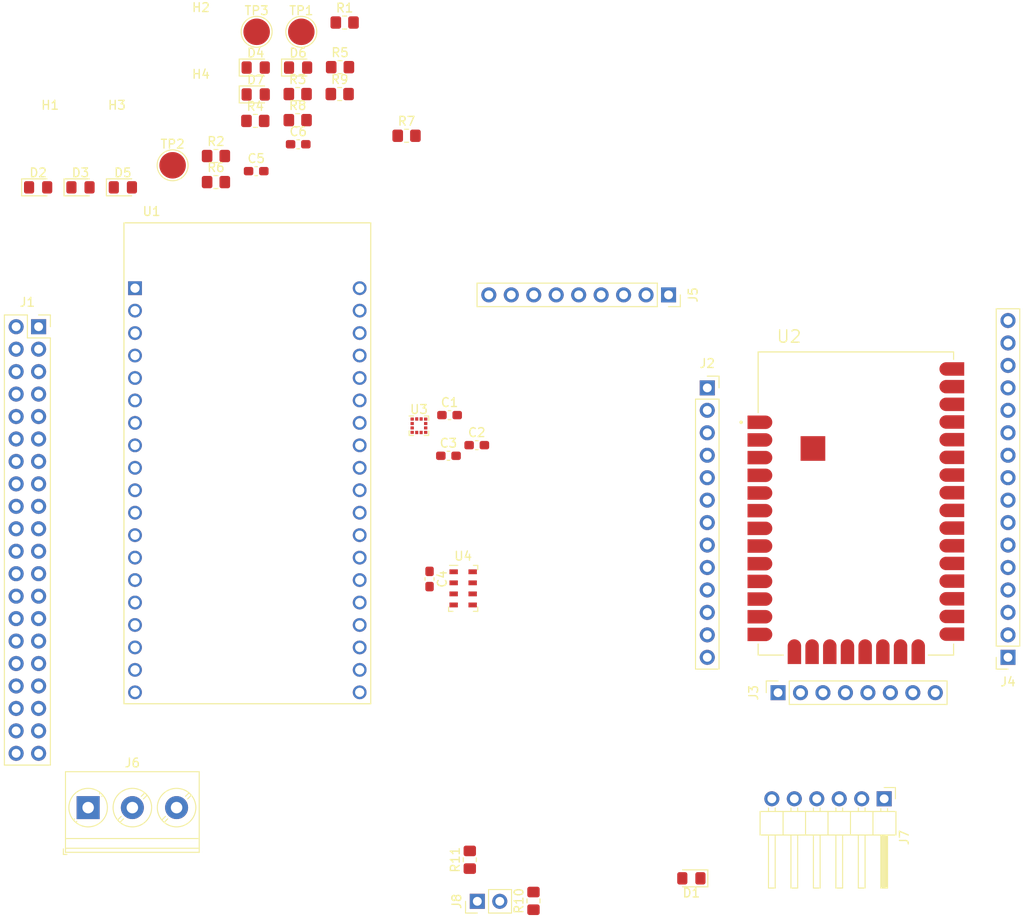
<source format=kicad_pcb>
(kicad_pcb (version 20171130) (host pcbnew "(5.1.6)-1")
  (layers (0 F.Cu signal) (31 B.Cu signal) (34 B.Paste user) (35 F.Paste user) (36 B.SilkS user) (37 F.SilkS user) (38 B.Mask user) (39 F.Mask user) (44 Edge.Cuts user))
  (net 0 "")
  (net 1 GND)
  (net 2 +3.3VA)
  (net 3 +5V)
  (net 4 +3V3)
  (net 5 RF_12)
  (net 6 RF_10)
  (net 7 RF_8)
  (net 8 RF_7)
  (net 9 RF_6)
  (net 10 RF_5)
  (net 11 "Net-(D1-Pad2)")
  (net 12 RF_17)
  (net 13 RF_16)
  (net 14 RF_15)
  (net 15 RF_14)
  (net 16 RF_33)
  (net 17 RF_32)
  (net 18 RF_31)
  (net 19 RF_30)
  (net 20 RF_28)
  (net 21 RF_26)
  (net 22 RF_24)
  (net 23 GPS_RX)
  (net 24 GPS_TX)
  (net 25 GPS_FIX)
  (net 26 INT1)
  (net 27 SCK)
  (net 28 MOSI)
  (net 29 MISO)
  (net 30 CS_ACC)
  (net 31 CS_BARO)
  (net 32 "Net-(D2-Pad2)")
  (net 33 "Net-(D3-Pad2)")
  (net 34 "Net-(D4-Pad1)")
  (net 35 "Net-(D5-Pad1)")
  (net 36 "Net-(D6-Pad2)")
  (net 37 "Net-(D7-Pad2)")
  (net 38 RX_LED)
  (net 39 TX_LED)
  (net 40 ERR_LED)
  (net 41 RB_U_RX)
  (net 42 RB_U_TX)
  (net 43 V_MON)
  (net 44 ESP_STAT)
  (net 45 RF_RTS)
  (net 46 RF_CTS)
  (net 47 FTDI_RX)
  (net 48 FTDI_TX)
  (net 49 "Net-(J7-Pad3)")
  (module XBP9X-DMUS-001:XCVR_XBP9X-DMUS-001 (layer F.Cu) (at 149.8 99.6)
    (fp_text reference U2 (at -7.555 -18.889) (layer F.SilkS) (effects (font (size 1.4 1.4))))
    (fp_text value XBP9X-DMUS-001)
    (pad 21 smd custom (at 7.05 17.14) (size 1.04 1.52) (layers F.Cu) (options (clearance outline) (anchor rect)) (primitives (gr_poly (pts (xy -0.76 1.02) (xy 0.76 1.02) (xy 0.76 -1.02) (xy 0.759 -1.06) (xy 0.756 -1.099) (xy 0.751 -1.139) (xy 0.743 -1.178) (xy 0.734 -1.217) (xy 0.723 -1.255) (xy 0.71 -1.292) (xy 0.694 -1.329) (xy 0.677 -1.365) (xy 0.658 -1.4) (xy 0.637 -1.434) (xy 0.615 -1.467) (xy 0.591 -1.498) (xy 0.565 -1.529) (xy 0.537 -1.557) (xy 0.509 -1.585) (xy 0.478 -1.611) (xy 0.447 -1.635) (xy 0.414 -1.657) (xy 0.38 -1.678) (xy 0.345 -1.697) (xy 0.309 -1.714) (xy 0.272 -1.73) (xy 0.235 -1.743) (xy 0.197 -1.754) (xy 0.158 -1.763) (xy 0.119 -1.771) (xy 0.079 -1.776) (xy 0.04 -1.779) (xy 0 -1.78) (xy -0.04 -1.779) (xy -0.079 -1.776) (xy -0.119 -1.771) (xy -0.158 -1.763) (xy -0.197 -1.754) (xy -0.235 -1.743) (xy -0.272 -1.73) (xy -0.309 -1.714) (xy -0.345 -1.697) (xy -0.38 -1.678) (xy -0.414 -1.657) (xy -0.447 -1.635) (xy -0.478 -1.611) (xy -0.509 -1.585) (xy -0.537 -1.557) (xy -0.565 -1.529) (xy -0.591 -1.498) (xy -0.615 -1.467) (xy -0.637 -1.434) (xy -0.658 -1.4) (xy -0.677 -1.365) (xy -0.694 -1.329) (xy -0.71 -1.292) (xy -0.723 -1.255) (xy -0.734 -1.217) (xy -0.743 -1.178) (xy -0.751 -1.139) (xy -0.756 -1.099) (xy -0.759 -1.06) (xy -0.76 -1.02) (xy -0.76 1.02)) (width 0.0001))))
    (pad 20 smd custom (at 5.05 17.14) (size 1.04 1.52) (layers F.Cu) (options (clearance outline) (anchor rect)) (primitives (gr_poly (pts (xy -0.76 1.02) (xy 0.76 1.02) (xy 0.76 -1.02) (xy 0.759 -1.06) (xy 0.756 -1.099) (xy 0.751 -1.139) (xy 0.743 -1.178) (xy 0.734 -1.217) (xy 0.723 -1.255) (xy 0.71 -1.292) (xy 0.694 -1.329) (xy 0.677 -1.365) (xy 0.658 -1.4) (xy 0.637 -1.434) (xy 0.615 -1.467) (xy 0.591 -1.498) (xy 0.565 -1.529) (xy 0.537 -1.557) (xy 0.509 -1.585) (xy 0.478 -1.611) (xy 0.447 -1.635) (xy 0.414 -1.657) (xy 0.38 -1.678) (xy 0.345 -1.697) (xy 0.309 -1.714) (xy 0.272 -1.73) (xy 0.235 -1.743) (xy 0.197 -1.754) (xy 0.158 -1.763) (xy 0.119 -1.771) (xy 0.079 -1.776) (xy 0.04 -1.779) (xy 0 -1.78) (xy -0.04 -1.779) (xy -0.079 -1.776) (xy -0.119 -1.771) (xy -0.158 -1.763) (xy -0.197 -1.754) (xy -0.235 -1.743) (xy -0.272 -1.73) (xy -0.309 -1.714) (xy -0.345 -1.697) (xy -0.38 -1.678) (xy -0.414 -1.657) (xy -0.447 -1.635) (xy -0.478 -1.611) (xy -0.509 -1.585) (xy -0.537 -1.557) (xy -0.565 -1.529) (xy -0.591 -1.498) (xy -0.615 -1.467) (xy -0.637 -1.434) (xy -0.658 -1.4) (xy -0.677 -1.365) (xy -0.694 -1.329) (xy -0.71 -1.292) (xy -0.723 -1.255) (xy -0.734 -1.217) (xy -0.743 -1.178) (xy -0.751 -1.139) (xy -0.756 -1.099) (xy -0.759 -1.06) (xy -0.76 -1.02) (xy -0.76 1.02)) (width 0.0001))))
    (pad 19 smd custom (at 3.05 17.14) (size 1.04 1.52) (layers F.Cu) (options (clearance outline) (anchor rect)) (primitives (gr_poly (pts (xy -0.76 1.02) (xy 0.76 1.02) (xy 0.76 -1.02) (xy 0.759 -1.06) (xy 0.756 -1.099) (xy 0.751 -1.139) (xy 0.743 -1.178) (xy 0.734 -1.217) (xy 0.723 -1.255) (xy 0.71 -1.292) (xy 0.694 -1.329) (xy 0.677 -1.365) (xy 0.658 -1.4) (xy 0.637 -1.434) (xy 0.615 -1.467) (xy 0.591 -1.498) (xy 0.565 -1.529) (xy 0.537 -1.557) (xy 0.509 -1.585) (xy 0.478 -1.611) (xy 0.447 -1.635) (xy 0.414 -1.657) (xy 0.38 -1.678) (xy 0.345 -1.697) (xy 0.309 -1.714) (xy 0.272 -1.73) (xy 0.235 -1.743) (xy 0.197 -1.754) (xy 0.158 -1.763) (xy 0.119 -1.771) (xy 0.079 -1.776) (xy 0.04 -1.779) (xy 0 -1.78) (xy -0.04 -1.779) (xy -0.079 -1.776) (xy -0.119 -1.771) (xy -0.158 -1.763) (xy -0.197 -1.754) (xy -0.235 -1.743) (xy -0.272 -1.73) (xy -0.309 -1.714) (xy -0.345 -1.697) (xy -0.38 -1.678) (xy -0.414 -1.657) (xy -0.447 -1.635) (xy -0.478 -1.611) (xy -0.509 -1.585) (xy -0.537 -1.557) (xy -0.565 -1.529) (xy -0.591 -1.498) (xy -0.615 -1.467) (xy -0.637 -1.434) (xy -0.658 -1.4) (xy -0.677 -1.365) (xy -0.694 -1.329) (xy -0.71 -1.292) (xy -0.723 -1.255) (xy -0.734 -1.217) (xy -0.743 -1.178) (xy -0.751 -1.139) (xy -0.756 -1.099) (xy -0.759 -1.06) (xy -0.76 -1.02) (xy -0.76 1.02)) (width 0.0001))))
    (pad 18 smd custom (at 1.05 17.14) (size 1.04 1.52) (layers F.Cu) (options (clearance outline) (anchor rect)) (primitives (gr_poly (pts (xy -0.76 1.02) (xy 0.76 1.02) (xy 0.76 -1.02) (xy 0.759 -1.06) (xy 0.756 -1.099) (xy 0.751 -1.139) (xy 0.743 -1.178) (xy 0.734 -1.217) (xy 0.723 -1.255) (xy 0.71 -1.292) (xy 0.694 -1.329) (xy 0.677 -1.365) (xy 0.658 -1.4) (xy 0.637 -1.434) (xy 0.615 -1.467) (xy 0.591 -1.498) (xy 0.565 -1.529) (xy 0.537 -1.557) (xy 0.509 -1.585) (xy 0.478 -1.611) (xy 0.447 -1.635) (xy 0.414 -1.657) (xy 0.38 -1.678) (xy 0.345 -1.697) (xy 0.309 -1.714) (xy 0.272 -1.73) (xy 0.235 -1.743) (xy 0.197 -1.754) (xy 0.158 -1.763) (xy 0.119 -1.771) (xy 0.079 -1.776) (xy 0.04 -1.779) (xy 0 -1.78) (xy -0.04 -1.779) (xy -0.079 -1.776) (xy -0.119 -1.771) (xy -0.158 -1.763) (xy -0.197 -1.754) (xy -0.235 -1.743) (xy -0.272 -1.73) (xy -0.309 -1.714) (xy -0.345 -1.697) (xy -0.38 -1.678) (xy -0.414 -1.657) (xy -0.447 -1.635) (xy -0.478 -1.611) (xy -0.509 -1.585) (xy -0.537 -1.557) (xy -0.565 -1.529) (xy -0.591 -1.498) (xy -0.615 -1.467) (xy -0.637 -1.434) (xy -0.658 -1.4) (xy -0.677 -1.365) (xy -0.694 -1.329) (xy -0.71 -1.292) (xy -0.723 -1.255) (xy -0.734 -1.217) (xy -0.743 -1.178) (xy -0.751 -1.139) (xy -0.756 -1.099) (xy -0.759 -1.06) (xy -0.76 -1.02) (xy -0.76 1.02)) (width 0.0001))))
    (pad 17 smd custom (at -0.95 17.14) (size 1.04 1.52) (layers F.Cu) (net 12 RF_17) (options (clearance outline) (anchor rect)) (primitives (gr_poly (pts (xy -0.76 1.02) (xy 0.76 1.02) (xy 0.76 -1.02) (xy 0.759 -1.06) (xy 0.756 -1.099) (xy 0.751 -1.139) (xy 0.743 -1.178) (xy 0.734 -1.217) (xy 0.723 -1.255) (xy 0.71 -1.292) (xy 0.694 -1.329) (xy 0.677 -1.365) (xy 0.658 -1.4) (xy 0.637 -1.434) (xy 0.615 -1.467) (xy 0.591 -1.498) (xy 0.565 -1.529) (xy 0.537 -1.557) (xy 0.509 -1.585) (xy 0.478 -1.611) (xy 0.447 -1.635) (xy 0.414 -1.657) (xy 0.38 -1.678) (xy 0.345 -1.697) (xy 0.309 -1.714) (xy 0.272 -1.73) (xy 0.235 -1.743) (xy 0.197 -1.754) (xy 0.158 -1.763) (xy 0.119 -1.771) (xy 0.079 -1.776) (xy 0.04 -1.779) (xy 0 -1.78) (xy -0.04 -1.779) (xy -0.079 -1.776) (xy -0.119 -1.771) (xy -0.158 -1.763) (xy -0.197 -1.754) (xy -0.235 -1.743) (xy -0.272 -1.73) (xy -0.309 -1.714) (xy -0.345 -1.697) (xy -0.38 -1.678) (xy -0.414 -1.657) (xy -0.447 -1.635) (xy -0.478 -1.611) (xy -0.509 -1.585) (xy -0.537 -1.557) (xy -0.565 -1.529) (xy -0.591 -1.498) (xy -0.615 -1.467) (xy -0.637 -1.434) (xy -0.658 -1.4) (xy -0.677 -1.365) (xy -0.694 -1.329) (xy -0.71 -1.292) (xy -0.723 -1.255) (xy -0.734 -1.217) (xy -0.743 -1.178) (xy -0.751 -1.139) (xy -0.756 -1.099) (xy -0.759 -1.06) (xy -0.76 -1.02) (xy -0.76 1.02)) (width 0.0001))))
    (pad 16 smd custom (at -2.95 17.14) (size 1.04 1.52) (layers F.Cu) (net 13 RF_16) (options (clearance outline) (anchor rect)) (primitives (gr_poly (pts (xy -0.76 1.02) (xy 0.76 1.02) (xy 0.76 -1.02) (xy 0.759 -1.06) (xy 0.756 -1.099) (xy 0.751 -1.139) (xy 0.743 -1.178) (xy 0.734 -1.217) (xy 0.723 -1.255) (xy 0.71 -1.292) (xy 0.694 -1.329) (xy 0.677 -1.365) (xy 0.658 -1.4) (xy 0.637 -1.434) (xy 0.615 -1.467) (xy 0.591 -1.498) (xy 0.565 -1.529) (xy 0.537 -1.557) (xy 0.509 -1.585) (xy 0.478 -1.611) (xy 0.447 -1.635) (xy 0.414 -1.657) (xy 0.38 -1.678) (xy 0.345 -1.697) (xy 0.309 -1.714) (xy 0.272 -1.73) (xy 0.235 -1.743) (xy 0.197 -1.754) (xy 0.158 -1.763) (xy 0.119 -1.771) (xy 0.079 -1.776) (xy 0.04 -1.779) (xy 0 -1.78) (xy -0.04 -1.779) (xy -0.079 -1.776) (xy -0.119 -1.771) (xy -0.158 -1.763) (xy -0.197 -1.754) (xy -0.235 -1.743) (xy -0.272 -1.73) (xy -0.309 -1.714) (xy -0.345 -1.697) (xy -0.38 -1.678) (xy -0.414 -1.657) (xy -0.447 -1.635) (xy -0.478 -1.611) (xy -0.509 -1.585) (xy -0.537 -1.557) (xy -0.565 -1.529) (xy -0.591 -1.498) (xy -0.615 -1.467) (xy -0.637 -1.434) (xy -0.658 -1.4) (xy -0.677 -1.365) (xy -0.694 -1.329) (xy -0.71 -1.292) (xy -0.723 -1.255) (xy -0.734 -1.217) (xy -0.743 -1.178) (xy -0.751 -1.139) (xy -0.756 -1.099) (xy -0.759 -1.06) (xy -0.76 -1.02) (xy -0.76 1.02)) (width 0.0001))))
    (pad 15 smd custom (at -4.95 17.14) (size 1.04 1.52) (layers F.Cu) (net 14 RF_15) (options (clearance outline) (anchor rect)) (primitives (gr_poly (pts (xy -0.76 1.02) (xy 0.76 1.02) (xy 0.76 -1.02) (xy 0.759 -1.06) (xy 0.756 -1.099) (xy 0.751 -1.139) (xy 0.743 -1.178) (xy 0.734 -1.217) (xy 0.723 -1.255) (xy 0.71 -1.292) (xy 0.694 -1.329) (xy 0.677 -1.365) (xy 0.658 -1.4) (xy 0.637 -1.434) (xy 0.615 -1.467) (xy 0.591 -1.498) (xy 0.565 -1.529) (xy 0.537 -1.557) (xy 0.509 -1.585) (xy 0.478 -1.611) (xy 0.447 -1.635) (xy 0.414 -1.657) (xy 0.38 -1.678) (xy 0.345 -1.697) (xy 0.309 -1.714) (xy 0.272 -1.73) (xy 0.235 -1.743) (xy 0.197 -1.754) (xy 0.158 -1.763) (xy 0.119 -1.771) (xy 0.079 -1.776) (xy 0.04 -1.779) (xy 0 -1.78) (xy -0.04 -1.779) (xy -0.079 -1.776) (xy -0.119 -1.771) (xy -0.158 -1.763) (xy -0.197 -1.754) (xy -0.235 -1.743) (xy -0.272 -1.73) (xy -0.309 -1.714) (xy -0.345 -1.697) (xy -0.38 -1.678) (xy -0.414 -1.657) (xy -0.447 -1.635) (xy -0.478 -1.611) (xy -0.509 -1.585) (xy -0.537 -1.557) (xy -0.565 -1.529) (xy -0.591 -1.498) (xy -0.615 -1.467) (xy -0.637 -1.434) (xy -0.658 -1.4) (xy -0.677 -1.365) (xy -0.694 -1.329) (xy -0.71 -1.292) (xy -0.723 -1.255) (xy -0.734 -1.217) (xy -0.743 -1.178) (xy -0.751 -1.139) (xy -0.756 -1.099) (xy -0.759 -1.06) (xy -0.76 -1.02) (xy -0.76 1.02)) (width 0.0001))))
    (pad 38 smd rect (at -4.855 -6.225) (size 2.79 2.79) (layers F.Cu F.Mask) (net 1 GND))
    (pad 37 smd custom (at 11.23 -15.22) (size 2.04 1.52) (layers F.Cu) (options (clearance outline) (anchor rect)) (primitives (gr_poly (pts (xy 1.02 0.76) (xy 1.02 -0.76) (xy -1.02 -0.76) (xy -1.06 -0.759) (xy -1.099 -0.756) (xy -1.139 -0.751) (xy -1.178 -0.743) (xy -1.217 -0.734) (xy -1.255 -0.723) (xy -1.292 -0.71) (xy -1.329 -0.694) (xy -1.365 -0.677) (xy -1.4 -0.658) (xy -1.434 -0.637) (xy -1.467 -0.615) (xy -1.498 -0.591) (xy -1.529 -0.565) (xy -1.557 -0.537) (xy -1.585 -0.509) (xy -1.611 -0.478) (xy -1.635 -0.447) (xy -1.657 -0.414) (xy -1.678 -0.38) (xy -1.697 -0.345) (xy -1.714 -0.309) (xy -1.73 -0.272) (xy -1.743 -0.235) (xy -1.754 -0.197) (xy -1.763 -0.158) (xy -1.771 -0.119) (xy -1.776 -0.079) (xy -1.779 -0.04) (xy -1.78 0) (xy -1.779 0.04) (xy -1.776 0.079) (xy -1.771 0.119) (xy -1.763 0.158) (xy -1.754 0.197) (xy -1.743 0.235) (xy -1.73 0.272) (xy -1.714 0.309) (xy -1.697 0.345) (xy -1.678 0.38) (xy -1.657 0.414) (xy -1.635 0.447) (xy -1.611 0.478) (xy -1.585 0.509) (xy -1.557 0.537) (xy -1.529 0.565) (xy -1.498 0.591) (xy -1.467 0.615) (xy -1.434 0.637) (xy -1.4 0.658) (xy -1.365 0.677) (xy -1.329 0.694) (xy -1.292 0.71) (xy -1.255 0.723) (xy -1.217 0.734) (xy -1.178 0.743) (xy -1.139 0.751) (xy -1.099 0.756) (xy -1.06 0.759) (xy -1.02 0.76) (xy 1.02 0.76)) (width 0.0001))))
    (pad 36 smd custom (at 11.23 -13.22) (size 2.04 1.52) (layers F.Cu) (options (clearance outline) (anchor rect)) (primitives (gr_poly (pts (xy 1.02 0.76) (xy 1.02 -0.76) (xy -1.02 -0.76) (xy -1.06 -0.759) (xy -1.099 -0.756) (xy -1.139 -0.751) (xy -1.178 -0.743) (xy -1.217 -0.734) (xy -1.255 -0.723) (xy -1.292 -0.71) (xy -1.329 -0.694) (xy -1.365 -0.677) (xy -1.4 -0.658) (xy -1.434 -0.637) (xy -1.467 -0.615) (xy -1.498 -0.591) (xy -1.529 -0.565) (xy -1.557 -0.537) (xy -1.585 -0.509) (xy -1.611 -0.478) (xy -1.635 -0.447) (xy -1.657 -0.414) (xy -1.678 -0.38) (xy -1.697 -0.345) (xy -1.714 -0.309) (xy -1.73 -0.272) (xy -1.743 -0.235) (xy -1.754 -0.197) (xy -1.763 -0.158) (xy -1.771 -0.119) (xy -1.776 -0.079) (xy -1.779 -0.04) (xy -1.78 0) (xy -1.779 0.04) (xy -1.776 0.079) (xy -1.771 0.119) (xy -1.763 0.158) (xy -1.754 0.197) (xy -1.743 0.235) (xy -1.73 0.272) (xy -1.714 0.309) (xy -1.697 0.345) (xy -1.678 0.38) (xy -1.657 0.414) (xy -1.635 0.447) (xy -1.611 0.478) (xy -1.585 0.509) (xy -1.557 0.537) (xy -1.529 0.565) (xy -1.498 0.591) (xy -1.467 0.615) (xy -1.434 0.637) (xy -1.4 0.658) (xy -1.365 0.677) (xy -1.329 0.694) (xy -1.292 0.71) (xy -1.255 0.723) (xy -1.217 0.734) (xy -1.178 0.743) (xy -1.139 0.751) (xy -1.099 0.756) (xy -1.06 0.759) (xy -1.02 0.76) (xy 1.02 0.76)) (width 0.0001))))
    (pad 35 smd custom (at 11.23 -11.22) (size 2.04 1.52) (layers F.Cu) (net 1 GND) (options (clearance outline) (anchor rect)) (primitives (gr_poly (pts (xy 1.02 0.76) (xy 1.02 -0.76) (xy -1.02 -0.76) (xy -1.06 -0.759) (xy -1.099 -0.756) (xy -1.139 -0.751) (xy -1.178 -0.743) (xy -1.217 -0.734) (xy -1.255 -0.723) (xy -1.292 -0.71) (xy -1.329 -0.694) (xy -1.365 -0.677) (xy -1.4 -0.658) (xy -1.434 -0.637) (xy -1.467 -0.615) (xy -1.498 -0.591) (xy -1.529 -0.565) (xy -1.557 -0.537) (xy -1.585 -0.509) (xy -1.611 -0.478) (xy -1.635 -0.447) (xy -1.657 -0.414) (xy -1.678 -0.38) (xy -1.697 -0.345) (xy -1.714 -0.309) (xy -1.73 -0.272) (xy -1.743 -0.235) (xy -1.754 -0.197) (xy -1.763 -0.158) (xy -1.771 -0.119) (xy -1.776 -0.079) (xy -1.779 -0.04) (xy -1.78 0) (xy -1.779 0.04) (xy -1.776 0.079) (xy -1.771 0.119) (xy -1.763 0.158) (xy -1.754 0.197) (xy -1.743 0.235) (xy -1.73 0.272) (xy -1.714 0.309) (xy -1.697 0.345) (xy -1.678 0.38) (xy -1.657 0.414) (xy -1.635 0.447) (xy -1.611 0.478) (xy -1.585 0.509) (xy -1.557 0.537) (xy -1.529 0.565) (xy -1.498 0.591) (xy -1.467 0.615) (xy -1.434 0.637) (xy -1.4 0.658) (xy -1.365 0.677) (xy -1.329 0.694) (xy -1.292 0.71) (xy -1.255 0.723) (xy -1.217 0.734) (xy -1.178 0.743) (xy -1.139 0.751) (xy -1.099 0.756) (xy -1.06 0.759) (xy -1.02 0.76) (xy 1.02 0.76)) (width 0.0001))))
    (pad 34 smd custom (at 11.23 -9.22) (size 2.04 1.52) (layers F.Cu) (options (clearance outline) (anchor rect)) (primitives (gr_poly (pts (xy 1.02 0.76) (xy 1.02 -0.76) (xy -1.02 -0.76) (xy -1.06 -0.759) (xy -1.099 -0.756) (xy -1.139 -0.751) (xy -1.178 -0.743) (xy -1.217 -0.734) (xy -1.255 -0.723) (xy -1.292 -0.71) (xy -1.329 -0.694) (xy -1.365 -0.677) (xy -1.4 -0.658) (xy -1.434 -0.637) (xy -1.467 -0.615) (xy -1.498 -0.591) (xy -1.529 -0.565) (xy -1.557 -0.537) (xy -1.585 -0.509) (xy -1.611 -0.478) (xy -1.635 -0.447) (xy -1.657 -0.414) (xy -1.678 -0.38) (xy -1.697 -0.345) (xy -1.714 -0.309) (xy -1.73 -0.272) (xy -1.743 -0.235) (xy -1.754 -0.197) (xy -1.763 -0.158) (xy -1.771 -0.119) (xy -1.776 -0.079) (xy -1.779 -0.04) (xy -1.78 0) (xy -1.779 0.04) (xy -1.776 0.079) (xy -1.771 0.119) (xy -1.763 0.158) (xy -1.754 0.197) (xy -1.743 0.235) (xy -1.73 0.272) (xy -1.714 0.309) (xy -1.697 0.345) (xy -1.678 0.38) (xy -1.657 0.414) (xy -1.635 0.447) (xy -1.611 0.478) (xy -1.585 0.509) (xy -1.557 0.537) (xy -1.529 0.565) (xy -1.498 0.591) (xy -1.467 0.615) (xy -1.434 0.637) (xy -1.4 0.658) (xy -1.365 0.677) (xy -1.329 0.694) (xy -1.292 0.71) (xy -1.255 0.723) (xy -1.217 0.734) (xy -1.178 0.743) (xy -1.139 0.751) (xy -1.099 0.756) (xy -1.06 0.759) (xy -1.02 0.76) (xy 1.02 0.76)) (width 0.0001))))
    (pad 33 smd custom (at 11.23 -7.22) (size 2.04 1.52) (layers F.Cu) (net 16 RF_33) (options (clearance outline) (anchor rect)) (primitives (gr_poly (pts (xy 1.02 0.76) (xy 1.02 -0.76) (xy -1.02 -0.76) (xy -1.06 -0.759) (xy -1.099 -0.756) (xy -1.139 -0.751) (xy -1.178 -0.743) (xy -1.217 -0.734) (xy -1.255 -0.723) (xy -1.292 -0.71) (xy -1.329 -0.694) (xy -1.365 -0.677) (xy -1.4 -0.658) (xy -1.434 -0.637) (xy -1.467 -0.615) (xy -1.498 -0.591) (xy -1.529 -0.565) (xy -1.557 -0.537) (xy -1.585 -0.509) (xy -1.611 -0.478) (xy -1.635 -0.447) (xy -1.657 -0.414) (xy -1.678 -0.38) (xy -1.697 -0.345) (xy -1.714 -0.309) (xy -1.73 -0.272) (xy -1.743 -0.235) (xy -1.754 -0.197) (xy -1.763 -0.158) (xy -1.771 -0.119) (xy -1.776 -0.079) (xy -1.779 -0.04) (xy -1.78 0) (xy -1.779 0.04) (xy -1.776 0.079) (xy -1.771 0.119) (xy -1.763 0.158) (xy -1.754 0.197) (xy -1.743 0.235) (xy -1.73 0.272) (xy -1.714 0.309) (xy -1.697 0.345) (xy -1.678 0.38) (xy -1.657 0.414) (xy -1.635 0.447) (xy -1.611 0.478) (xy -1.585 0.509) (xy -1.557 0.537) (xy -1.529 0.565) (xy -1.498 0.591) (xy -1.467 0.615) (xy -1.434 0.637) (xy -1.4 0.658) (xy -1.365 0.677) (xy -1.329 0.694) (xy -1.292 0.71) (xy -1.255 0.723) (xy -1.217 0.734) (xy -1.178 0.743) (xy -1.139 0.751) (xy -1.099 0.756) (xy -1.06 0.759) (xy -1.02 0.76) (xy 1.02 0.76)) (width 0.0001))))
    (pad 32 smd custom (at 11.23 -5.22) (size 2.04 1.52) (layers F.Cu) (net 17 RF_32) (options (clearance outline) (anchor rect)) (primitives (gr_poly (pts (xy 1.02 0.76) (xy 1.02 -0.76) (xy -1.02 -0.76) (xy -1.06 -0.759) (xy -1.099 -0.756) (xy -1.139 -0.751) (xy -1.178 -0.743) (xy -1.217 -0.734) (xy -1.255 -0.723) (xy -1.292 -0.71) (xy -1.329 -0.694) (xy -1.365 -0.677) (xy -1.4 -0.658) (xy -1.434 -0.637) (xy -1.467 -0.615) (xy -1.498 -0.591) (xy -1.529 -0.565) (xy -1.557 -0.537) (xy -1.585 -0.509) (xy -1.611 -0.478) (xy -1.635 -0.447) (xy -1.657 -0.414) (xy -1.678 -0.38) (xy -1.697 -0.345) (xy -1.714 -0.309) (xy -1.73 -0.272) (xy -1.743 -0.235) (xy -1.754 -0.197) (xy -1.763 -0.158) (xy -1.771 -0.119) (xy -1.776 -0.079) (xy -1.779 -0.04) (xy -1.78 0) (xy -1.779 0.04) (xy -1.776 0.079) (xy -1.771 0.119) (xy -1.763 0.158) (xy -1.754 0.197) (xy -1.743 0.235) (xy -1.73 0.272) (xy -1.714 0.309) (xy -1.697 0.345) (xy -1.678 0.38) (xy -1.657 0.414) (xy -1.635 0.447) (xy -1.611 0.478) (xy -1.585 0.509) (xy -1.557 0.537) (xy -1.529 0.565) (xy -1.498 0.591) (xy -1.467 0.615) (xy -1.434 0.637) (xy -1.4 0.658) (xy -1.365 0.677) (xy -1.329 0.694) (xy -1.292 0.71) (xy -1.255 0.723) (xy -1.217 0.734) (xy -1.178 0.743) (xy -1.139 0.751) (xy -1.099 0.756) (xy -1.06 0.759) (xy -1.02 0.76) (xy 1.02 0.76)) (width 0.0001))))
    (pad 31 smd custom (at 11.23 -3.22) (size 2.04 1.52) (layers F.Cu) (net 18 RF_31) (options (clearance outline) (anchor rect)) (primitives (gr_poly (pts (xy 1.02 0.76) (xy 1.02 -0.76) (xy -1.02 -0.76) (xy -1.06 -0.759) (xy -1.099 -0.756) (xy -1.139 -0.751) (xy -1.178 -0.743) (xy -1.217 -0.734) (xy -1.255 -0.723) (xy -1.292 -0.71) (xy -1.329 -0.694) (xy -1.365 -0.677) (xy -1.4 -0.658) (xy -1.434 -0.637) (xy -1.467 -0.615) (xy -1.498 -0.591) (xy -1.529 -0.565) (xy -1.557 -0.537) (xy -1.585 -0.509) (xy -1.611 -0.478) (xy -1.635 -0.447) (xy -1.657 -0.414) (xy -1.678 -0.38) (xy -1.697 -0.345) (xy -1.714 -0.309) (xy -1.73 -0.272) (xy -1.743 -0.235) (xy -1.754 -0.197) (xy -1.763 -0.158) (xy -1.771 -0.119) (xy -1.776 -0.079) (xy -1.779 -0.04) (xy -1.78 0) (xy -1.779 0.04) (xy -1.776 0.079) (xy -1.771 0.119) (xy -1.763 0.158) (xy -1.754 0.197) (xy -1.743 0.235) (xy -1.73 0.272) (xy -1.714 0.309) (xy -1.697 0.345) (xy -1.678 0.38) (xy -1.657 0.414) (xy -1.635 0.447) (xy -1.611 0.478) (xy -1.585 0.509) (xy -1.557 0.537) (xy -1.529 0.565) (xy -1.498 0.591) (xy -1.467 0.615) (xy -1.434 0.637) (xy -1.4 0.658) (xy -1.365 0.677) (xy -1.329 0.694) (xy -1.292 0.71) (xy -1.255 0.723) (xy -1.217 0.734) (xy -1.178 0.743) (xy -1.139 0.751) (xy -1.099 0.756) (xy -1.06 0.759) (xy -1.02 0.76) (xy 1.02 0.76)) (width 0.0001))))
    (pad 30 smd custom (at 11.23 -1.22) (size 2.04 1.52) (layers F.Cu) (net 19 RF_30) (options (clearance outline) (anchor rect)) (primitives (gr_poly (pts (xy 1.02 0.76) (xy 1.02 -0.76) (xy -1.02 -0.76) (xy -1.06 -0.759) (xy -1.099 -0.756) (xy -1.139 -0.751) (xy -1.178 -0.743) (xy -1.217 -0.734) (xy -1.255 -0.723) (xy -1.292 -0.71) (xy -1.329 -0.694) (xy -1.365 -0.677) (xy -1.4 -0.658) (xy -1.434 -0.637) (xy -1.467 -0.615) (xy -1.498 -0.591) (xy -1.529 -0.565) (xy -1.557 -0.537) (xy -1.585 -0.509) (xy -1.611 -0.478) (xy -1.635 -0.447) (xy -1.657 -0.414) (xy -1.678 -0.38) (xy -1.697 -0.345) (xy -1.714 -0.309) (xy -1.73 -0.272) (xy -1.743 -0.235) (xy -1.754 -0.197) (xy -1.763 -0.158) (xy -1.771 -0.119) (xy -1.776 -0.079) (xy -1.779 -0.04) (xy -1.78 0) (xy -1.779 0.04) (xy -1.776 0.079) (xy -1.771 0.119) (xy -1.763 0.158) (xy -1.754 0.197) (xy -1.743 0.235) (xy -1.73 0.272) (xy -1.714 0.309) (xy -1.697 0.345) (xy -1.678 0.38) (xy -1.657 0.414) (xy -1.635 0.447) (xy -1.611 0.478) (xy -1.585 0.509) (xy -1.557 0.537) (xy -1.529 0.565) (xy -1.498 0.591) (xy -1.467 0.615) (xy -1.434 0.637) (xy -1.4 0.658) (xy -1.365 0.677) (xy -1.329 0.694) (xy -1.292 0.71) (xy -1.255 0.723) (xy -1.217 0.734) (xy -1.178 0.743) (xy -1.139 0.751) (xy -1.099 0.756) (xy -1.06 0.759) (xy -1.02 0.76) (xy 1.02 0.76)) (width 0.0001))))
    (pad 29 smd custom (at 11.23 0.78) (size 2.04 1.52) (layers F.Cu) (net 45 RF_RTS) (options (clearance outline) (anchor rect)) (primitives (gr_poly (pts (xy 1.02 0.76) (xy 1.02 -0.76) (xy -1.02 -0.76) (xy -1.06 -0.759) (xy -1.099 -0.756) (xy -1.139 -0.751) (xy -1.178 -0.743) (xy -1.217 -0.734) (xy -1.255 -0.723) (xy -1.292 -0.71) (xy -1.329 -0.694) (xy -1.365 -0.677) (xy -1.4 -0.658) (xy -1.434 -0.637) (xy -1.467 -0.615) (xy -1.498 -0.591) (xy -1.529 -0.565) (xy -1.557 -0.537) (xy -1.585 -0.509) (xy -1.611 -0.478) (xy -1.635 -0.447) (xy -1.657 -0.414) (xy -1.678 -0.38) (xy -1.697 -0.345) (xy -1.714 -0.309) (xy -1.73 -0.272) (xy -1.743 -0.235) (xy -1.754 -0.197) (xy -1.763 -0.158) (xy -1.771 -0.119) (xy -1.776 -0.079) (xy -1.779 -0.04) (xy -1.78 0) (xy -1.779 0.04) (xy -1.776 0.079) (xy -1.771 0.119) (xy -1.763 0.158) (xy -1.754 0.197) (xy -1.743 0.235) (xy -1.73 0.272) (xy -1.714 0.309) (xy -1.697 0.345) (xy -1.678 0.38) (xy -1.657 0.414) (xy -1.635 0.447) (xy -1.611 0.478) (xy -1.585 0.509) (xy -1.557 0.537) (xy -1.529 0.565) (xy -1.498 0.591) (xy -1.467 0.615) (xy -1.434 0.637) (xy -1.4 0.658) (xy -1.365 0.677) (xy -1.329 0.694) (xy -1.292 0.71) (xy -1.255 0.723) (xy -1.217 0.734) (xy -1.178 0.743) (xy -1.139 0.751) (xy -1.099 0.756) (xy -1.06 0.759) (xy -1.02 0.76) (xy 1.02 0.76)) (width 0.0001))))
    (pad 28 smd custom (at 11.23 2.78) (size 2.04 1.52) (layers F.Cu) (net 20 RF_28) (options (clearance outline) (anchor rect)) (primitives (gr_poly (pts (xy 1.02 0.76) (xy 1.02 -0.76) (xy -1.02 -0.76) (xy -1.06 -0.759) (xy -1.099 -0.756) (xy -1.139 -0.751) (xy -1.178 -0.743) (xy -1.217 -0.734) (xy -1.255 -0.723) (xy -1.292 -0.71) (xy -1.329 -0.694) (xy -1.365 -0.677) (xy -1.4 -0.658) (xy -1.434 -0.637) (xy -1.467 -0.615) (xy -1.498 -0.591) (xy -1.529 -0.565) (xy -1.557 -0.537) (xy -1.585 -0.509) (xy -1.611 -0.478) (xy -1.635 -0.447) (xy -1.657 -0.414) (xy -1.678 -0.38) (xy -1.697 -0.345) (xy -1.714 -0.309) (xy -1.73 -0.272) (xy -1.743 -0.235) (xy -1.754 -0.197) (xy -1.763 -0.158) (xy -1.771 -0.119) (xy -1.776 -0.079) (xy -1.779 -0.04) (xy -1.78 0) (xy -1.779 0.04) (xy -1.776 0.079) (xy -1.771 0.119) (xy -1.763 0.158) (xy -1.754 0.197) (xy -1.743 0.235) (xy -1.73 0.272) (xy -1.714 0.309) (xy -1.697 0.345) (xy -1.678 0.38) (xy -1.657 0.414) (xy -1.635 0.447) (xy -1.611 0.478) (xy -1.585 0.509) (xy -1.557 0.537) (xy -1.529 0.565) (xy -1.498 0.591) (xy -1.467 0.615) (xy -1.434 0.637) (xy -1.4 0.658) (xy -1.365 0.677) (xy -1.329 0.694) (xy -1.292 0.71) (xy -1.255 0.723) (xy -1.217 0.734) (xy -1.178 0.743) (xy -1.139 0.751) (xy -1.099 0.756) (xy -1.06 0.759) (xy -1.02 0.76) (xy 1.02 0.76)) (width 0.0001))))
    (pad 27 smd custom (at 11.23 4.78) (size 2.04 1.52) (layers F.Cu) (options (clearance outline) (anchor rect)) (primitives (gr_poly (pts (xy 1.02 0.76) (xy 1.02 -0.76) (xy -1.02 -0.76) (xy -1.06 -0.759) (xy -1.099 -0.756) (xy -1.139 -0.751) (xy -1.178 -0.743) (xy -1.217 -0.734) (xy -1.255 -0.723) (xy -1.292 -0.71) (xy -1.329 -0.694) (xy -1.365 -0.677) (xy -1.4 -0.658) (xy -1.434 -0.637) (xy -1.467 -0.615) (xy -1.498 -0.591) (xy -1.529 -0.565) (xy -1.557 -0.537) (xy -1.585 -0.509) (xy -1.611 -0.478) (xy -1.635 -0.447) (xy -1.657 -0.414) (xy -1.678 -0.38) (xy -1.697 -0.345) (xy -1.714 -0.309) (xy -1.73 -0.272) (xy -1.743 -0.235) (xy -1.754 -0.197) (xy -1.763 -0.158) (xy -1.771 -0.119) (xy -1.776 -0.079) (xy -1.779 -0.04) (xy -1.78 0) (xy -1.779 0.04) (xy -1.776 0.079) (xy -1.771 0.119) (xy -1.763 0.158) (xy -1.754 0.197) (xy -1.743 0.235) (xy -1.73 0.272) (xy -1.714 0.309) (xy -1.697 0.345) (xy -1.678 0.38) (xy -1.657 0.414) (xy -1.635 0.447) (xy -1.611 0.478) (xy -1.585 0.509) (xy -1.557 0.537) (xy -1.529 0.565) (xy -1.498 0.591) (xy -1.467 0.615) (xy -1.434 0.637) (xy -1.4 0.658) (xy -1.365 0.677) (xy -1.329 0.694) (xy -1.292 0.71) (xy -1.255 0.723) (xy -1.217 0.734) (xy -1.178 0.743) (xy -1.139 0.751) (xy -1.099 0.756) (xy -1.06 0.759) (xy -1.02 0.76) (xy 1.02 0.76)) (width 0.0001))))
    (pad 26 smd custom (at 11.23 6.78) (size 2.04 1.52) (layers F.Cu) (net 21 RF_26) (options (clearance outline) (anchor rect)) (primitives (gr_poly (pts (xy 1.02 0.76) (xy 1.02 -0.76) (xy -1.02 -0.76) (xy -1.06 -0.759) (xy -1.099 -0.756) (xy -1.139 -0.751) (xy -1.178 -0.743) (xy -1.217 -0.734) (xy -1.255 -0.723) (xy -1.292 -0.71) (xy -1.329 -0.694) (xy -1.365 -0.677) (xy -1.4 -0.658) (xy -1.434 -0.637) (xy -1.467 -0.615) (xy -1.498 -0.591) (xy -1.529 -0.565) (xy -1.557 -0.537) (xy -1.585 -0.509) (xy -1.611 -0.478) (xy -1.635 -0.447) (xy -1.657 -0.414) (xy -1.678 -0.38) (xy -1.697 -0.345) (xy -1.714 -0.309) (xy -1.73 -0.272) (xy -1.743 -0.235) (xy -1.754 -0.197) (xy -1.763 -0.158) (xy -1.771 -0.119) (xy -1.776 -0.079) (xy -1.779 -0.04) (xy -1.78 0) (xy -1.779 0.04) (xy -1.776 0.079) (xy -1.771 0.119) (xy -1.763 0.158) (xy -1.754 0.197) (xy -1.743 0.235) (xy -1.73 0.272) (xy -1.714 0.309) (xy -1.697 0.345) (xy -1.678 0.38) (xy -1.657 0.414) (xy -1.635 0.447) (xy -1.611 0.478) (xy -1.585 0.509) (xy -1.557 0.537) (xy -1.529 0.565) (xy -1.498 0.591) (xy -1.467 0.615) (xy -1.434 0.637) (xy -1.4 0.658) (xy -1.365 0.677) (xy -1.329 0.694) (xy -1.292 0.71) (xy -1.255 0.723) (xy -1.217 0.734) (xy -1.178 0.743) (xy -1.139 0.751) (xy -1.099 0.756) (xy -1.06 0.759) (xy -1.02 0.76) (xy 1.02 0.76)) (width 0.0001))))
    (pad 25 smd custom (at 11.23 8.78) (size 2.04 1.52) (layers F.Cu) (net 46 RF_CTS) (options (clearance outline) (anchor rect)) (primitives (gr_poly (pts (xy 1.02 0.76) (xy 1.02 -0.76) (xy -1.02 -0.76) (xy -1.06 -0.759) (xy -1.099 -0.756) (xy -1.139 -0.751) (xy -1.178 -0.743) (xy -1.217 -0.734) (xy -1.255 -0.723) (xy -1.292 -0.71) (xy -1.329 -0.694) (xy -1.365 -0.677) (xy -1.4 -0.658) (xy -1.434 -0.637) (xy -1.467 -0.615) (xy -1.498 -0.591) (xy -1.529 -0.565) (xy -1.557 -0.537) (xy -1.585 -0.509) (xy -1.611 -0.478) (xy -1.635 -0.447) (xy -1.657 -0.414) (xy -1.678 -0.38) (xy -1.697 -0.345) (xy -1.714 -0.309) (xy -1.73 -0.272) (xy -1.743 -0.235) (xy -1.754 -0.197) (xy -1.763 -0.158) (xy -1.771 -0.119) (xy -1.776 -0.079) (xy -1.779 -0.04) (xy -1.78 0) (xy -1.779 0.04) (xy -1.776 0.079) (xy -1.771 0.119) (xy -1.763 0.158) (xy -1.754 0.197) (xy -1.743 0.235) (xy -1.73 0.272) (xy -1.714 0.309) (xy -1.697 0.345) (xy -1.678 0.38) (xy -1.657 0.414) (xy -1.635 0.447) (xy -1.611 0.478) (xy -1.585 0.509) (xy -1.557 0.537) (xy -1.529 0.565) (xy -1.498 0.591) (xy -1.467 0.615) (xy -1.434 0.637) (xy -1.4 0.658) (xy -1.365 0.677) (xy -1.329 0.694) (xy -1.292 0.71) (xy -1.255 0.723) (xy -1.217 0.734) (xy -1.178 0.743) (xy -1.139 0.751) (xy -1.099 0.756) (xy -1.06 0.759) (xy -1.02 0.76) (xy 1.02 0.76)) (width 0.0001))))
    (pad 24 smd custom (at 11.23 10.78) (size 2.04 1.52) (layers F.Cu) (net 22 RF_24) (options (clearance outline) (anchor rect)) (primitives (gr_poly (pts (xy 1.02 0.76) (xy 1.02 -0.76) (xy -1.02 -0.76) (xy -1.06 -0.759) (xy -1.099 -0.756) (xy -1.139 -0.751) (xy -1.178 -0.743) (xy -1.217 -0.734) (xy -1.255 -0.723) (xy -1.292 -0.71) (xy -1.329 -0.694) (xy -1.365 -0.677) (xy -1.4 -0.658) (xy -1.434 -0.637) (xy -1.467 -0.615) (xy -1.498 -0.591) (xy -1.529 -0.565) (xy -1.557 -0.537) (xy -1.585 -0.509) (xy -1.611 -0.478) (xy -1.635 -0.447) (xy -1.657 -0.414) (xy -1.678 -0.38) (xy -1.697 -0.345) (xy -1.714 -0.309) (xy -1.73 -0.272) (xy -1.743 -0.235) (xy -1.754 -0.197) (xy -1.763 -0.158) (xy -1.771 -0.119) (xy -1.776 -0.079) (xy -1.779 -0.04) (xy -1.78 0) (xy -1.779 0.04) (xy -1.776 0.079) (xy -1.771 0.119) (xy -1.763 0.158) (xy -1.754 0.197) (xy -1.743 0.235) (xy -1.73 0.272) (xy -1.714 0.309) (xy -1.697 0.345) (xy -1.678 0.38) (xy -1.657 0.414) (xy -1.635 0.447) (xy -1.611 0.478) (xy -1.585 0.509) (xy -1.557 0.537) (xy -1.529 0.565) (xy -1.498 0.591) (xy -1.467 0.615) (xy -1.434 0.637) (xy -1.4 0.658) (xy -1.365 0.677) (xy -1.329 0.694) (xy -1.292 0.71) (xy -1.255 0.723) (xy -1.217 0.734) (xy -1.178 0.743) (xy -1.139 0.751) (xy -1.099 0.756) (xy -1.06 0.759) (xy -1.02 0.76) (xy 1.02 0.76)) (width 0.0001))))
    (pad 23 smd custom (at 11.23 12.78) (size 2.04 1.52) (layers F.Cu) (options (clearance outline) (anchor rect)) (primitives (gr_poly (pts (xy 1.02 0.76) (xy 1.02 -0.76) (xy -1.02 -0.76) (xy -1.06 -0.759) (xy -1.099 -0.756) (xy -1.139 -0.751) (xy -1.178 -0.743) (xy -1.217 -0.734) (xy -1.255 -0.723) (xy -1.292 -0.71) (xy -1.329 -0.694) (xy -1.365 -0.677) (xy -1.4 -0.658) (xy -1.434 -0.637) (xy -1.467 -0.615) (xy -1.498 -0.591) (xy -1.529 -0.565) (xy -1.557 -0.537) (xy -1.585 -0.509) (xy -1.611 -0.478) (xy -1.635 -0.447) (xy -1.657 -0.414) (xy -1.678 -0.38) (xy -1.697 -0.345) (xy -1.714 -0.309) (xy -1.73 -0.272) (xy -1.743 -0.235) (xy -1.754 -0.197) (xy -1.763 -0.158) (xy -1.771 -0.119) (xy -1.776 -0.079) (xy -1.779 -0.04) (xy -1.78 0) (xy -1.779 0.04) (xy -1.776 0.079) (xy -1.771 0.119) (xy -1.763 0.158) (xy -1.754 0.197) (xy -1.743 0.235) (xy -1.73 0.272) (xy -1.714 0.309) (xy -1.697 0.345) (xy -1.678 0.38) (xy -1.657 0.414) (xy -1.635 0.447) (xy -1.611 0.478) (xy -1.585 0.509) (xy -1.557 0.537) (xy -1.529 0.565) (xy -1.498 0.591) (xy -1.467 0.615) (xy -1.434 0.637) (xy -1.4 0.658) (xy -1.365 0.677) (xy -1.329 0.694) (xy -1.292 0.71) (xy -1.255 0.723) (xy -1.217 0.734) (xy -1.178 0.743) (xy -1.139 0.751) (xy -1.099 0.756) (xy -1.06 0.759) (xy -1.02 0.76) (xy 1.02 0.76)) (width 0.0001))))
    (pad 22 smd custom (at 11.23 14.78) (size 2.04 1.52) (layers F.Cu) (net 1 GND) (options (clearance outline) (anchor rect)) (primitives (gr_poly (pts (xy 1.02 0.76) (xy 1.02 -0.76) (xy -1.02 -0.76) (xy -1.06 -0.759) (xy -1.099 -0.756) (xy -1.139 -0.751) (xy -1.178 -0.743) (xy -1.217 -0.734) (xy -1.255 -0.723) (xy -1.292 -0.71) (xy -1.329 -0.694) (xy -1.365 -0.677) (xy -1.4 -0.658) (xy -1.434 -0.637) (xy -1.467 -0.615) (xy -1.498 -0.591) (xy -1.529 -0.565) (xy -1.557 -0.537) (xy -1.585 -0.509) (xy -1.611 -0.478) (xy -1.635 -0.447) (xy -1.657 -0.414) (xy -1.678 -0.38) (xy -1.697 -0.345) (xy -1.714 -0.309) (xy -1.73 -0.272) (xy -1.743 -0.235) (xy -1.754 -0.197) (xy -1.763 -0.158) (xy -1.771 -0.119) (xy -1.776 -0.079) (xy -1.779 -0.04) (xy -1.78 0) (xy -1.779 0.04) (xy -1.776 0.079) (xy -1.771 0.119) (xy -1.763 0.158) (xy -1.754 0.197) (xy -1.743 0.235) (xy -1.73 0.272) (xy -1.714 0.309) (xy -1.697 0.345) (xy -1.678 0.38) (xy -1.657 0.414) (xy -1.635 0.447) (xy -1.611 0.478) (xy -1.585 0.509) (xy -1.557 0.537) (xy -1.529 0.565) (xy -1.498 0.591) (xy -1.467 0.615) (xy -1.434 0.637) (xy -1.4 0.658) (xy -1.365 0.677) (xy -1.329 0.694) (xy -1.292 0.71) (xy -1.255 0.723) (xy -1.217 0.734) (xy -1.178 0.743) (xy -1.139 0.751) (xy -1.099 0.756) (xy -1.06 0.759) (xy -1.02 0.76) (xy 1.02 0.76)) (width 0.0001))))
    (pad 14 smd custom (at -6.95 17.14) (size 1.04 1.52) (layers F.Cu) (net 15 RF_14) (options (clearance outline) (anchor rect)) (primitives (gr_poly (pts (xy -0.76 1.02) (xy 0.76 1.02) (xy 0.76 -1.02) (xy 0.759 -1.06) (xy 0.756 -1.099) (xy 0.751 -1.139) (xy 0.743 -1.178) (xy 0.734 -1.217) (xy 0.723 -1.255) (xy 0.71 -1.292) (xy 0.694 -1.329) (xy 0.677 -1.365) (xy 0.658 -1.4) (xy 0.637 -1.434) (xy 0.615 -1.467) (xy 0.591 -1.498) (xy 0.565 -1.529) (xy 0.537 -1.557) (xy 0.509 -1.585) (xy 0.478 -1.611) (xy 0.447 -1.635) (xy 0.414 -1.657) (xy 0.38 -1.678) (xy 0.345 -1.697) (xy 0.309 -1.714) (xy 0.272 -1.73) (xy 0.235 -1.743) (xy 0.197 -1.754) (xy 0.158 -1.763) (xy 0.119 -1.771) (xy 0.079 -1.776) (xy 0.04 -1.779) (xy 0 -1.78) (xy -0.04 -1.779) (xy -0.079 -1.776) (xy -0.119 -1.771) (xy -0.158 -1.763) (xy -0.197 -1.754) (xy -0.235 -1.743) (xy -0.272 -1.73) (xy -0.309 -1.714) (xy -0.345 -1.697) (xy -0.38 -1.678) (xy -0.414 -1.657) (xy -0.447 -1.635) (xy -0.478 -1.611) (xy -0.509 -1.585) (xy -0.537 -1.557) (xy -0.565 -1.529) (xy -0.591 -1.498) (xy -0.615 -1.467) (xy -0.637 -1.434) (xy -0.658 -1.4) (xy -0.677 -1.365) (xy -0.694 -1.329) (xy -0.71 -1.292) (xy -0.723 -1.255) (xy -0.734 -1.217) (xy -0.743 -1.178) (xy -0.751 -1.139) (xy -0.756 -1.099) (xy -0.759 -1.06) (xy -0.76 -1.02) (xy -0.76 1.02)) (width 0.0001))))
    (pad 13 smd custom (at -11.23 14.81) (size 2.04 1.52) (layers F.Cu) (net 1 GND) (options (clearance outline) (anchor rect)) (primitives (gr_poly (pts (xy -1.02 -0.76) (xy -1.02 0.76) (xy 1.02 0.76) (xy 1.06 0.759) (xy 1.099 0.756) (xy 1.139 0.751) (xy 1.178 0.743) (xy 1.217 0.734) (xy 1.255 0.723) (xy 1.292 0.71) (xy 1.329 0.694) (xy 1.365 0.677) (xy 1.4 0.658) (xy 1.434 0.637) (xy 1.467 0.615) (xy 1.498 0.591) (xy 1.529 0.565) (xy 1.557 0.537) (xy 1.585 0.509) (xy 1.611 0.478) (xy 1.635 0.447) (xy 1.657 0.414) (xy 1.678 0.38) (xy 1.697 0.345) (xy 1.714 0.309) (xy 1.73 0.272) (xy 1.743 0.235) (xy 1.754 0.197) (xy 1.763 0.158) (xy 1.771 0.119) (xy 1.776 0.079) (xy 1.779 0.04) (xy 1.78 0) (xy 1.779 -0.04) (xy 1.776 -0.079) (xy 1.771 -0.119) (xy 1.763 -0.158) (xy 1.754 -0.197) (xy 1.743 -0.235) (xy 1.73 -0.272) (xy 1.714 -0.309) (xy 1.697 -0.345) (xy 1.678 -0.38) (xy 1.657 -0.414) (xy 1.635 -0.447) (xy 1.611 -0.478) (xy 1.585 -0.509) (xy 1.557 -0.537) (xy 1.529 -0.565) (xy 1.498 -0.591) (xy 1.467 -0.615) (xy 1.434 -0.637) (xy 1.4 -0.658) (xy 1.365 -0.677) (xy 1.329 -0.694) (xy 1.292 -0.71) (xy 1.255 -0.723) (xy 1.217 -0.734) (xy 1.178 -0.743) (xy 1.139 -0.751) (xy 1.099 -0.756) (xy 1.06 -0.759) (xy 1.02 -0.76) (xy -1.02 -0.76)) (width 0.0001))))
    (pad 12 smd custom (at -11.23 12.81) (size 2.04 1.52) (layers F.Cu) (net 5 RF_12) (options (clearance outline) (anchor rect)) (primitives (gr_poly (pts (xy -1.02 -0.76) (xy -1.02 0.76) (xy 1.02 0.76) (xy 1.06 0.759) (xy 1.099 0.756) (xy 1.139 0.751) (xy 1.178 0.743) (xy 1.217 0.734) (xy 1.255 0.723) (xy 1.292 0.71) (xy 1.329 0.694) (xy 1.365 0.677) (xy 1.4 0.658) (xy 1.434 0.637) (xy 1.467 0.615) (xy 1.498 0.591) (xy 1.529 0.565) (xy 1.557 0.537) (xy 1.585 0.509) (xy 1.611 0.478) (xy 1.635 0.447) (xy 1.657 0.414) (xy 1.678 0.38) (xy 1.697 0.345) (xy 1.714 0.309) (xy 1.73 0.272) (xy 1.743 0.235) (xy 1.754 0.197) (xy 1.763 0.158) (xy 1.771 0.119) (xy 1.776 0.079) (xy 1.779 0.04) (xy 1.78 0) (xy 1.779 -0.04) (xy 1.776 -0.079) (xy 1.771 -0.119) (xy 1.763 -0.158) (xy 1.754 -0.197) (xy 1.743 -0.235) (xy 1.73 -0.272) (xy 1.714 -0.309) (xy 1.697 -0.345) (xy 1.678 -0.38) (xy 1.657 -0.414) (xy 1.635 -0.447) (xy 1.611 -0.478) (xy 1.585 -0.509) (xy 1.557 -0.537) (xy 1.529 -0.565) (xy 1.498 -0.591) (xy 1.467 -0.615) (xy 1.434 -0.637) (xy 1.4 -0.658) (xy 1.365 -0.677) (xy 1.329 -0.694) (xy 1.292 -0.71) (xy 1.255 -0.723) (xy 1.217 -0.734) (xy 1.178 -0.743) (xy 1.139 -0.751) (xy 1.099 -0.756) (xy 1.06 -0.759) (xy 1.02 -0.76) (xy -1.02 -0.76)) (width 0.0001))))
    (pad 11 smd custom (at -11.23 10.81) (size 2.04 1.52) (layers F.Cu) (net 1 GND) (options (clearance outline) (anchor rect)) (primitives (gr_poly (pts (xy -1.02 -0.76) (xy -1.02 0.76) (xy 1.02 0.76) (xy 1.06 0.759) (xy 1.099 0.756) (xy 1.139 0.751) (xy 1.178 0.743) (xy 1.217 0.734) (xy 1.255 0.723) (xy 1.292 0.71) (xy 1.329 0.694) (xy 1.365 0.677) (xy 1.4 0.658) (xy 1.434 0.637) (xy 1.467 0.615) (xy 1.498 0.591) (xy 1.529 0.565) (xy 1.557 0.537) (xy 1.585 0.509) (xy 1.611 0.478) (xy 1.635 0.447) (xy 1.657 0.414) (xy 1.678 0.38) (xy 1.697 0.345) (xy 1.714 0.309) (xy 1.73 0.272) (xy 1.743 0.235) (xy 1.754 0.197) (xy 1.763 0.158) (xy 1.771 0.119) (xy 1.776 0.079) (xy 1.779 0.04) (xy 1.78 0) (xy 1.779 -0.04) (xy 1.776 -0.079) (xy 1.771 -0.119) (xy 1.763 -0.158) (xy 1.754 -0.197) (xy 1.743 -0.235) (xy 1.73 -0.272) (xy 1.714 -0.309) (xy 1.697 -0.345) (xy 1.678 -0.38) (xy 1.657 -0.414) (xy 1.635 -0.447) (xy 1.611 -0.478) (xy 1.585 -0.509) (xy 1.557 -0.537) (xy 1.529 -0.565) (xy 1.498 -0.591) (xy 1.467 -0.615) (xy 1.434 -0.637) (xy 1.4 -0.658) (xy 1.365 -0.677) (xy 1.329 -0.694) (xy 1.292 -0.71) (xy 1.255 -0.723) (xy 1.217 -0.734) (xy 1.178 -0.743) (xy 1.139 -0.751) (xy 1.099 -0.756) (xy 1.06 -0.759) (xy 1.02 -0.76) (xy -1.02 -0.76)) (width 0.0001))))
    (pad 10 smd custom (at -11.23 8.81) (size 2.04 1.52) (layers F.Cu) (net 6 RF_10) (options (clearance outline) (anchor rect)) (primitives (gr_poly (pts (xy -1.02 -0.76) (xy -1.02 0.76) (xy 1.02 0.76) (xy 1.06 0.759) (xy 1.099 0.756) (xy 1.139 0.751) (xy 1.178 0.743) (xy 1.217 0.734) (xy 1.255 0.723) (xy 1.292 0.71) (xy 1.329 0.694) (xy 1.365 0.677) (xy 1.4 0.658) (xy 1.434 0.637) (xy 1.467 0.615) (xy 1.498 0.591) (xy 1.529 0.565) (xy 1.557 0.537) (xy 1.585 0.509) (xy 1.611 0.478) (xy 1.635 0.447) (xy 1.657 0.414) (xy 1.678 0.38) (xy 1.697 0.345) (xy 1.714 0.309) (xy 1.73 0.272) (xy 1.743 0.235) (xy 1.754 0.197) (xy 1.763 0.158) (xy 1.771 0.119) (xy 1.776 0.079) (xy 1.779 0.04) (xy 1.78 0) (xy 1.779 -0.04) (xy 1.776 -0.079) (xy 1.771 -0.119) (xy 1.763 -0.158) (xy 1.754 -0.197) (xy 1.743 -0.235) (xy 1.73 -0.272) (xy 1.714 -0.309) (xy 1.697 -0.345) (xy 1.678 -0.38) (xy 1.657 -0.414) (xy 1.635 -0.447) (xy 1.611 -0.478) (xy 1.585 -0.509) (xy 1.557 -0.537) (xy 1.529 -0.565) (xy 1.498 -0.591) (xy 1.467 -0.615) (xy 1.434 -0.637) (xy 1.4 -0.658) (xy 1.365 -0.677) (xy 1.329 -0.694) (xy 1.292 -0.71) (xy 1.255 -0.723) (xy 1.217 -0.734) (xy 1.178 -0.743) (xy 1.139 -0.751) (xy 1.099 -0.756) (xy 1.06 -0.759) (xy 1.02 -0.76) (xy -1.02 -0.76)) (width 0.0001))))
    (pad 9 smd custom (at -11.23 6.81) (size 2.04 1.52) (layers F.Cu) (options (clearance outline) (anchor rect)) (primitives (gr_poly (pts (xy -1.02 -0.76) (xy -1.02 0.76) (xy 1.02 0.76) (xy 1.06 0.759) (xy 1.099 0.756) (xy 1.139 0.751) (xy 1.178 0.743) (xy 1.217 0.734) (xy 1.255 0.723) (xy 1.292 0.71) (xy 1.329 0.694) (xy 1.365 0.677) (xy 1.4 0.658) (xy 1.434 0.637) (xy 1.467 0.615) (xy 1.498 0.591) (xy 1.529 0.565) (xy 1.557 0.537) (xy 1.585 0.509) (xy 1.611 0.478) (xy 1.635 0.447) (xy 1.657 0.414) (xy 1.678 0.38) (xy 1.697 0.345) (xy 1.714 0.309) (xy 1.73 0.272) (xy 1.743 0.235) (xy 1.754 0.197) (xy 1.763 0.158) (xy 1.771 0.119) (xy 1.776 0.079) (xy 1.779 0.04) (xy 1.78 0) (xy 1.779 -0.04) (xy 1.776 -0.079) (xy 1.771 -0.119) (xy 1.763 -0.158) (xy 1.754 -0.197) (xy 1.743 -0.235) (xy 1.73 -0.272) (xy 1.714 -0.309) (xy 1.697 -0.345) (xy 1.678 -0.38) (xy 1.657 -0.414) (xy 1.635 -0.447) (xy 1.611 -0.478) (xy 1.585 -0.509) (xy 1.557 -0.537) (xy 1.529 -0.565) (xy 1.498 -0.591) (xy 1.467 -0.615) (xy 1.434 -0.637) (xy 1.4 -0.658) (xy 1.365 -0.677) (xy 1.329 -0.694) (xy 1.292 -0.71) (xy 1.255 -0.723) (xy 1.217 -0.734) (xy 1.178 -0.743) (xy 1.139 -0.751) (xy 1.099 -0.756) (xy 1.06 -0.759) (xy 1.02 -0.76) (xy -1.02 -0.76)) (width 0.0001))))
    (pad 8 smd custom (at -11.23 4.81) (size 2.04 1.52) (layers F.Cu) (net 7 RF_8) (options (clearance outline) (anchor rect)) (primitives (gr_poly (pts (xy -1.02 -0.76) (xy -1.02 0.76) (xy 1.02 0.76) (xy 1.06 0.759) (xy 1.099 0.756) (xy 1.139 0.751) (xy 1.178 0.743) (xy 1.217 0.734) (xy 1.255 0.723) (xy 1.292 0.71) (xy 1.329 0.694) (xy 1.365 0.677) (xy 1.4 0.658) (xy 1.434 0.637) (xy 1.467 0.615) (xy 1.498 0.591) (xy 1.529 0.565) (xy 1.557 0.537) (xy 1.585 0.509) (xy 1.611 0.478) (xy 1.635 0.447) (xy 1.657 0.414) (xy 1.678 0.38) (xy 1.697 0.345) (xy 1.714 0.309) (xy 1.73 0.272) (xy 1.743 0.235) (xy 1.754 0.197) (xy 1.763 0.158) (xy 1.771 0.119) (xy 1.776 0.079) (xy 1.779 0.04) (xy 1.78 0) (xy 1.779 -0.04) (xy 1.776 -0.079) (xy 1.771 -0.119) (xy 1.763 -0.158) (xy 1.754 -0.197) (xy 1.743 -0.235) (xy 1.73 -0.272) (xy 1.714 -0.309) (xy 1.697 -0.345) (xy 1.678 -0.38) (xy 1.657 -0.414) (xy 1.635 -0.447) (xy 1.611 -0.478) (xy 1.585 -0.509) (xy 1.557 -0.537) (xy 1.529 -0.565) (xy 1.498 -0.591) (xy 1.467 -0.615) (xy 1.434 -0.637) (xy 1.4 -0.658) (xy 1.365 -0.677) (xy 1.329 -0.694) (xy 1.292 -0.71) (xy 1.255 -0.723) (xy 1.217 -0.734) (xy 1.178 -0.743) (xy 1.139 -0.751) (xy 1.099 -0.756) (xy 1.06 -0.759) (xy 1.02 -0.76) (xy -1.02 -0.76)) (width 0.0001))))
    (pad 7 smd custom (at -11.23 2.81) (size 2.04 1.52) (layers F.Cu) (net 8 RF_7) (options (clearance outline) (anchor rect)) (primitives (gr_poly (pts (xy -1.02 -0.76) (xy -1.02 0.76) (xy 1.02 0.76) (xy 1.06 0.759) (xy 1.099 0.756) (xy 1.139 0.751) (xy 1.178 0.743) (xy 1.217 0.734) (xy 1.255 0.723) (xy 1.292 0.71) (xy 1.329 0.694) (xy 1.365 0.677) (xy 1.4 0.658) (xy 1.434 0.637) (xy 1.467 0.615) (xy 1.498 0.591) (xy 1.529 0.565) (xy 1.557 0.537) (xy 1.585 0.509) (xy 1.611 0.478) (xy 1.635 0.447) (xy 1.657 0.414) (xy 1.678 0.38) (xy 1.697 0.345) (xy 1.714 0.309) (xy 1.73 0.272) (xy 1.743 0.235) (xy 1.754 0.197) (xy 1.763 0.158) (xy 1.771 0.119) (xy 1.776 0.079) (xy 1.779 0.04) (xy 1.78 0) (xy 1.779 -0.04) (xy 1.776 -0.079) (xy 1.771 -0.119) (xy 1.763 -0.158) (xy 1.754 -0.197) (xy 1.743 -0.235) (xy 1.73 -0.272) (xy 1.714 -0.309) (xy 1.697 -0.345) (xy 1.678 -0.38) (xy 1.657 -0.414) (xy 1.635 -0.447) (xy 1.611 -0.478) (xy 1.585 -0.509) (xy 1.557 -0.537) (xy 1.529 -0.565) (xy 1.498 -0.591) (xy 1.467 -0.615) (xy 1.434 -0.637) (xy 1.4 -0.658) (xy 1.365 -0.677) (xy 1.329 -0.694) (xy 1.292 -0.71) (xy 1.255 -0.723) (xy 1.217 -0.734) (xy 1.178 -0.743) (xy 1.139 -0.751) (xy 1.099 -0.756) (xy 1.06 -0.759) (xy 1.02 -0.76) (xy -1.02 -0.76)) (width 0.0001))))
    (pad 6 smd custom (at -11.23 0.81) (size 2.04 1.52) (layers F.Cu) (net 9 RF_6) (options (clearance outline) (anchor rect)) (primitives (gr_poly (pts (xy -1.02 -0.76) (xy -1.02 0.76) (xy 1.02 0.76) (xy 1.06 0.759) (xy 1.099 0.756) (xy 1.139 0.751) (xy 1.178 0.743) (xy 1.217 0.734) (xy 1.255 0.723) (xy 1.292 0.71) (xy 1.329 0.694) (xy 1.365 0.677) (xy 1.4 0.658) (xy 1.434 0.637) (xy 1.467 0.615) (xy 1.498 0.591) (xy 1.529 0.565) (xy 1.557 0.537) (xy 1.585 0.509) (xy 1.611 0.478) (xy 1.635 0.447) (xy 1.657 0.414) (xy 1.678 0.38) (xy 1.697 0.345) (xy 1.714 0.309) (xy 1.73 0.272) (xy 1.743 0.235) (xy 1.754 0.197) (xy 1.763 0.158) (xy 1.771 0.119) (xy 1.776 0.079) (xy 1.779 0.04) (xy 1.78 0) (xy 1.779 -0.04) (xy 1.776 -0.079) (xy 1.771 -0.119) (xy 1.763 -0.158) (xy 1.754 -0.197) (xy 1.743 -0.235) (xy 1.73 -0.272) (xy 1.714 -0.309) (xy 1.697 -0.345) (xy 1.678 -0.38) (xy 1.657 -0.414) (xy 1.635 -0.447) (xy 1.611 -0.478) (xy 1.585 -0.509) (xy 1.557 -0.537) (xy 1.529 -0.565) (xy 1.498 -0.591) (xy 1.467 -0.615) (xy 1.434 -0.637) (xy 1.4 -0.658) (xy 1.365 -0.677) (xy 1.329 -0.694) (xy 1.292 -0.71) (xy 1.255 -0.723) (xy 1.217 -0.734) (xy 1.178 -0.743) (xy 1.139 -0.751) (xy 1.099 -0.756) (xy 1.06 -0.759) (xy 1.02 -0.76) (xy -1.02 -0.76)) (width 0.0001))))
    (pad 5 smd custom (at -11.23 -1.19) (size 2.04 1.52) (layers F.Cu) (net 10 RF_5) (options (clearance outline) (anchor rect)) (primitives (gr_poly (pts (xy -1.02 -0.76) (xy -1.02 0.76) (xy 1.02 0.76) (xy 1.06 0.759) (xy 1.099 0.756) (xy 1.139 0.751) (xy 1.178 0.743) (xy 1.217 0.734) (xy 1.255 0.723) (xy 1.292 0.71) (xy 1.329 0.694) (xy 1.365 0.677) (xy 1.4 0.658) (xy 1.434 0.637) (xy 1.467 0.615) (xy 1.498 0.591) (xy 1.529 0.565) (xy 1.557 0.537) (xy 1.585 0.509) (xy 1.611 0.478) (xy 1.635 0.447) (xy 1.657 0.414) (xy 1.678 0.38) (xy 1.697 0.345) (xy 1.714 0.309) (xy 1.73 0.272) (xy 1.743 0.235) (xy 1.754 0.197) (xy 1.763 0.158) (xy 1.771 0.119) (xy 1.776 0.079) (xy 1.779 0.04) (xy 1.78 0) (xy 1.779 -0.04) (xy 1.776 -0.079) (xy 1.771 -0.119) (xy 1.763 -0.158) (xy 1.754 -0.197) (xy 1.743 -0.235) (xy 1.73 -0.272) (xy 1.714 -0.309) (xy 1.697 -0.345) (xy 1.678 -0.38) (xy 1.657 -0.414) (xy 1.635 -0.447) (xy 1.611 -0.478) (xy 1.585 -0.509) (xy 1.557 -0.537) (xy 1.529 -0.565) (xy 1.498 -0.591) (xy 1.467 -0.615) (xy 1.434 -0.637) (xy 1.4 -0.658) (xy 1.365 -0.677) (xy 1.329 -0.694) (xy 1.292 -0.71) (xy 1.255 -0.723) (xy 1.217 -0.734) (xy 1.178 -0.743) (xy 1.139 -0.751) (xy 1.099 -0.756) (xy 1.06 -0.759) (xy 1.02 -0.76) (xy -1.02 -0.76)) (width 0.0001))))
    (pad 4 smd custom (at -11.23 -3.19) (size 2.04 1.52) (layers F.Cu) (net 42 RB_U_TX) (options (clearance outline) (anchor rect)) (primitives (gr_poly (pts (xy -1.02 -0.76) (xy -1.02 0.76) (xy 1.02 0.76) (xy 1.06 0.759) (xy 1.099 0.756) (xy 1.139 0.751) (xy 1.178 0.743) (xy 1.217 0.734) (xy 1.255 0.723) (xy 1.292 0.71) (xy 1.329 0.694) (xy 1.365 0.677) (xy 1.4 0.658) (xy 1.434 0.637) (xy 1.467 0.615) (xy 1.498 0.591) (xy 1.529 0.565) (xy 1.557 0.537) (xy 1.585 0.509) (xy 1.611 0.478) (xy 1.635 0.447) (xy 1.657 0.414) (xy 1.678 0.38) (xy 1.697 0.345) (xy 1.714 0.309) (xy 1.73 0.272) (xy 1.743 0.235) (xy 1.754 0.197) (xy 1.763 0.158) (xy 1.771 0.119) (xy 1.776 0.079) (xy 1.779 0.04) (xy 1.78 0) (xy 1.779 -0.04) (xy 1.776 -0.079) (xy 1.771 -0.119) (xy 1.763 -0.158) (xy 1.754 -0.197) (xy 1.743 -0.235) (xy 1.73 -0.272) (xy 1.714 -0.309) (xy 1.697 -0.345) (xy 1.678 -0.38) (xy 1.657 -0.414) (xy 1.635 -0.447) (xy 1.611 -0.478) (xy 1.585 -0.509) (xy 1.557 -0.537) (xy 1.529 -0.565) (xy 1.498 -0.591) (xy 1.467 -0.615) (xy 1.434 -0.637) (xy 1.4 -0.658) (xy 1.365 -0.677) (xy 1.329 -0.694) (xy 1.292 -0.71) (xy 1.255 -0.723) (xy 1.217 -0.734) (xy 1.178 -0.743) (xy 1.139 -0.751) (xy 1.099 -0.756) (xy 1.06 -0.759) (xy 1.02 -0.76) (xy -1.02 -0.76)) (width 0.0001))))
    (pad 3 smd custom (at -11.23 -5.19) (size 2.04 1.52) (layers F.Cu) (net 41 RB_U_RX) (options (clearance outline) (anchor rect)) (primitives (gr_poly (pts (xy -1.02 -0.76) (xy -1.02 0.76) (xy 1.02 0.76) (xy 1.06 0.759) (xy 1.099 0.756) (xy 1.139 0.751) (xy 1.178 0.743) (xy 1.217 0.734) (xy 1.255 0.723) (xy 1.292 0.71) (xy 1.329 0.694) (xy 1.365 0.677) (xy 1.4 0.658) (xy 1.434 0.637) (xy 1.467 0.615) (xy 1.498 0.591) (xy 1.529 0.565) (xy 1.557 0.537) (xy 1.585 0.509) (xy 1.611 0.478) (xy 1.635 0.447) (xy 1.657 0.414) (xy 1.678 0.38) (xy 1.697 0.345) (xy 1.714 0.309) (xy 1.73 0.272) (xy 1.743 0.235) (xy 1.754 0.197) (xy 1.763 0.158) (xy 1.771 0.119) (xy 1.776 0.079) (xy 1.779 0.04) (xy 1.78 0) (xy 1.779 -0.04) (xy 1.776 -0.079) (xy 1.771 -0.119) (xy 1.763 -0.158) (xy 1.754 -0.197) (xy 1.743 -0.235) (xy 1.73 -0.272) (xy 1.714 -0.309) (xy 1.697 -0.345) (xy 1.678 -0.38) (xy 1.657 -0.414) (xy 1.635 -0.447) (xy 1.611 -0.478) (xy 1.585 -0.509) (xy 1.557 -0.537) (xy 1.529 -0.565) (xy 1.498 -0.591) (xy 1.467 -0.615) (xy 1.434 -0.637) (xy 1.4 -0.658) (xy 1.365 -0.677) (xy 1.329 -0.694) (xy 1.292 -0.71) (xy 1.255 -0.723) (xy 1.217 -0.734) (xy 1.178 -0.743) (xy 1.139 -0.751) (xy 1.099 -0.756) (xy 1.06 -0.759) (xy 1.02 -0.76) (xy -1.02 -0.76)) (width 0.0001))))
    (pad 2 smd custom (at -11.23 -7.19) (size 2.04 1.52) (layers F.Cu) (net 4 +3V3) (options (clearance outline) (anchor rect)) (primitives (gr_poly (pts (xy -1.02 -0.76) (xy -1.02 0.76) (xy 1.02 0.76) (xy 1.06 0.759) (xy 1.099 0.756) (xy 1.139 0.751) (xy 1.178 0.743) (xy 1.217 0.734) (xy 1.255 0.723) (xy 1.292 0.71) (xy 1.329 0.694) (xy 1.365 0.677) (xy 1.4 0.658) (xy 1.434 0.637) (xy 1.467 0.615) (xy 1.498 0.591) (xy 1.529 0.565) (xy 1.557 0.537) (xy 1.585 0.509) (xy 1.611 0.478) (xy 1.635 0.447) (xy 1.657 0.414) (xy 1.678 0.38) (xy 1.697 0.345) (xy 1.714 0.309) (xy 1.73 0.272) (xy 1.743 0.235) (xy 1.754 0.197) (xy 1.763 0.158) (xy 1.771 0.119) (xy 1.776 0.079) (xy 1.779 0.04) (xy 1.78 0) (xy 1.779 -0.04) (xy 1.776 -0.079) (xy 1.771 -0.119) (xy 1.763 -0.158) (xy 1.754 -0.197) (xy 1.743 -0.235) (xy 1.73 -0.272) (xy 1.714 -0.309) (xy 1.697 -0.345) (xy 1.678 -0.38) (xy 1.657 -0.414) (xy 1.635 -0.447) (xy 1.611 -0.478) (xy 1.585 -0.509) (xy 1.557 -0.537) (xy 1.529 -0.565) (xy 1.498 -0.591) (xy 1.467 -0.615) (xy 1.434 -0.637) (xy 1.4 -0.658) (xy 1.365 -0.677) (xy 1.329 -0.694) (xy 1.292 -0.71) (xy 1.255 -0.723) (xy 1.217 -0.734) (xy 1.178 -0.743) (xy 1.139 -0.751) (xy 1.099 -0.756) (xy 1.06 -0.759) (xy 1.02 -0.76) (xy -1.02 -0.76)) (width 0.0001))))
    (pad 1 smd custom (at -11.23 -9.19) (size 2.04 1.52) (layers F.Cu) (net 1 GND) (options (clearance outline) (anchor rect)) (primitives (gr_poly (pts (xy -1.02 -0.76) (xy -1.02 0.76) (xy 1.02 0.76) (xy 1.06 0.759) (xy 1.099 0.756) (xy 1.139 0.751) (xy 1.178 0.743) (xy 1.217 0.734) (xy 1.255 0.723) (xy 1.292 0.71) (xy 1.329 0.694) (xy 1.365 0.677) (xy 1.4 0.658) (xy 1.434 0.637) (xy 1.467 0.615) (xy 1.498 0.591) (xy 1.529 0.565) (xy 1.557 0.537) (xy 1.585 0.509) (xy 1.611 0.478) (xy 1.635 0.447) (xy 1.657 0.414) (xy 1.678 0.38) (xy 1.697 0.345) (xy 1.714 0.309) (xy 1.73 0.272) (xy 1.743 0.235) (xy 1.754 0.197) (xy 1.763 0.158) (xy 1.771 0.119) (xy 1.776 0.079) (xy 1.779 0.04) (xy 1.78 0) (xy 1.779 -0.04) (xy 1.776 -0.079) (xy 1.771 -0.119) (xy 1.763 -0.158) (xy 1.754 -0.197) (xy 1.743 -0.235) (xy 1.73 -0.272) (xy 1.714 -0.309) (xy 1.697 -0.345) (xy 1.678 -0.38) (xy 1.657 -0.414) (xy 1.635 -0.447) (xy 1.611 -0.478) (xy 1.585 -0.509) (xy 1.557 -0.537) (xy 1.529 -0.565) (xy 1.498 -0.591) (xy 1.467 -0.615) (xy 1.434 -0.637) (xy 1.4 -0.658) (xy 1.365 -0.677) (xy 1.329 -0.694) (xy 1.292 -0.71) (xy 1.255 -0.723) (xy 1.217 -0.734) (xy 1.178 -0.743) (xy 1.139 -0.751) (xy 1.099 -0.756) (xy 1.06 -0.759) (xy 1.02 -0.76) (xy -1.02 -0.76)) (width 0.0001))))
  )
  (module Resistor_SMD:R_0805_2012Metric_Pad1.20x1.40mm_HandSolder (layer F.Cu) (at 99 58)
    (fp_text reference R7 (at 0 -1.65) (layer F.SilkS))
    (fp_text value 500)
    (pad 2 smd roundrect (at 1 0) (size 1.2 1.4) (layers F.Cu F.Paste F.Mask) (roundrect_rratio 0.208333) (net 35 "Net-(D5-Pad1)"))
    (pad 1 smd roundrect (at -1 0) (size 1.2 1.4) (layers F.Cu F.Paste F.Mask) (roundrect_rratio 0.208333) (net 1 GND))
  )
  (module Resistor_SMD:R_0805_2012Metric_Pad1.20x1.40mm_HandSolder (layer F.Cu) (at 106.15 139.9 90)
    (fp_text reference R11 (at 0 -1.65 90) (layer F.SilkS))
    (fp_text value 330)
    (pad 2 smd roundrect (at 1 0 90) (size 1.2 1.4) (layers F.Cu F.Paste F.Mask) (roundrect_rratio 0.208333) (net 42 RB_U_TX))
    (pad 1 smd roundrect (at -1 0 90) (size 1.2 1.4) (layers F.Cu F.Paste F.Mask) (roundrect_rratio 0.208333) (net 48 FTDI_TX))
  )
  (module Resistor_SMD:R_0805_2012Metric_Pad1.20x1.40mm_HandSolder (layer F.Cu) (at 113.35 144.55 90)
    (fp_text reference R10 (at 0 -1.65 90) (layer F.SilkS))
    (fp_text value 330)
    (pad 2 smd roundrect (at 1 0 90) (size 1.2 1.4) (layers F.Cu F.Paste F.Mask) (roundrect_rratio 0.208333) (net 41 RB_U_RX))
    (pad 1 smd roundrect (at -1 0 90) (size 1.2 1.4) (layers F.Cu F.Paste F.Mask) (roundrect_rratio 0.208333) (net 47 FTDI_RX))
  )
  (module Connector_PinHeader_2.54mm:PinHeader_1x02_P2.54mm_Vertical (layer F.Cu) (at 107 144.6 90)
    (fp_text reference J8 (at 0 -2.33 90) (layer F.SilkS))
    (fp_text value Conn_01x02)
    (pad 2 thru_hole oval (at 0 2.54 90) (size 1.7 1.7) (drill 1) (layers *.Cu *.Mask) (net 49 "Net-(J7-Pad3)"))
    (pad 1 thru_hole rect (at 0 0 90) (size 1.7 1.7) (drill 1) (layers *.Cu *.Mask) (net 4 +3V3))
  )
  (module Connector_PinHeader_2.54mm:PinHeader_1x06_P2.54mm_Horizontal (layer F.Cu) (at 153 133 270)
    (fp_text reference J7 (at 4.385 -2.27 90) (layer F.SilkS))
    (fp_text value Conn_01x06)
    (pad 6 thru_hole oval (at 0 12.7 270) (size 1.7 1.7) (drill 1) (layers *.Cu *.Mask) (net 45 RF_RTS))
    (pad 5 thru_hole oval (at 0 10.16 270) (size 1.7 1.7) (drill 1) (layers *.Cu *.Mask) (net 47 FTDI_RX))
    (pad 4 thru_hole oval (at 0 7.62 270) (size 1.7 1.7) (drill 1) (layers *.Cu *.Mask) (net 48 FTDI_TX))
    (pad 3 thru_hole oval (at 0 5.08 270) (size 1.7 1.7) (drill 1) (layers *.Cu *.Mask) (net 49 "Net-(J7-Pad3)"))
    (pad 2 thru_hole oval (at 0 2.54 270) (size 1.7 1.7) (drill 1) (layers *.Cu *.Mask) (net 46 RF_CTS))
    (pad 1 thru_hole rect (at 0 0 270) (size 1.7 1.7) (drill 1) (layers *.Cu *.Mask) (net 1 GND))
  )
  (module TestPoint:TestPoint_Pad_D3.0mm (layer F.Cu) (at 82.05 46.24)
    (fp_text reference TP3 (at 0 -2.398) (layer F.SilkS))
    (fp_text value TestPoint)
    (pad 1 smd circle (at 0 0) (size 3 3) (layers F.Cu F.Mask) (net 1 GND))
  )
  (module TestPoint:TestPoint_Pad_D3.0mm (layer F.Cu) (at 72.55 61.34)
    (fp_text reference TP2 (at 0 -2.398) (layer F.SilkS))
    (fp_text value TestPoint)
    (pad 1 smd circle (at 0 0) (size 3 3) (layers F.Cu F.Mask) (net 4 +3V3))
  )
  (module TestPoint:TestPoint_Pad_D3.0mm (layer F.Cu) (at 87.1 46.24)
    (fp_text reference TP1 (at 0 -2.398) (layer F.SilkS))
    (fp_text value TestPoint)
    (pad 1 smd circle (at 0 0) (size 3 3) (layers F.Cu F.Mask) (net 3 +5V))
  )
  (module Resistor_SMD:R_0805_2012Metric_Pad1.20x1.40mm_HandSolder (layer F.Cu) (at 91.44 53.28)
    (fp_text reference R9 (at 0 -1.65) (layer F.SilkS))
    (fp_text value 330)
    (pad 2 smd roundrect (at 1 0) (size 1.2 1.4) (layers F.Cu F.Paste F.Mask) (roundrect_rratio 0.208333) (net 25 GPS_FIX))
    (pad 1 smd roundrect (at -1 0) (size 1.2 1.4) (layers F.Cu F.Paste F.Mask) (roundrect_rratio 0.208333) (net 37 "Net-(D7-Pad2)"))
  )
  (module Resistor_SMD:R_0805_2012Metric_Pad1.20x1.40mm_HandSolder (layer F.Cu) (at 86.69 56.23)
    (fp_text reference R8 (at 0 -1.65) (layer F.SilkS))
    (fp_text value 330)
    (pad 2 smd roundrect (at 1 0) (size 1.2 1.4) (layers F.Cu F.Paste F.Mask) (roundrect_rratio 0.208333) (net 44 ESP_STAT))
    (pad 1 smd roundrect (at -1 0) (size 1.2 1.4) (layers F.Cu F.Paste F.Mask) (roundrect_rratio 0.208333) (net 36 "Net-(D6-Pad2)"))
  )
  (module Resistor_SMD:R_0805_2012Metric_Pad1.20x1.40mm_HandSolder (layer F.Cu) (at 77.45 63.24)
    (fp_text reference R6 (at 0 -1.65) (layer F.SilkS))
    (fp_text value 500)
    (pad 2 smd roundrect (at 1 0) (size 1.2 1.4) (layers F.Cu F.Paste F.Mask) (roundrect_rratio 0.208333) (net 34 "Net-(D4-Pad1)"))
    (pad 1 smd roundrect (at -1 0) (size 1.2 1.4) (layers F.Cu F.Paste F.Mask) (roundrect_rratio 0.208333) (net 1 GND))
  )
  (module Resistor_SMD:R_0805_2012Metric_Pad1.20x1.40mm_HandSolder (layer F.Cu) (at 91.48 50.24)
    (fp_text reference R5 (at 0 -1.65) (layer F.SilkS))
    (fp_text value 330)
    (pad 2 smd roundrect (at 1 0) (size 1.2 1.4) (layers F.Cu F.Paste F.Mask) (roundrect_rratio 0.208333) (net 39 TX_LED))
    (pad 1 smd roundrect (at -1 0) (size 1.2 1.4) (layers F.Cu F.Paste F.Mask) (roundrect_rratio 0.208333) (net 33 "Net-(D3-Pad2)"))
  )
  (module Resistor_SMD:R_0805_2012Metric_Pad1.20x1.40mm_HandSolder (layer F.Cu) (at 81.9 56.32)
    (fp_text reference R4 (at 0 -1.65) (layer F.SilkS))
    (fp_text value 330)
    (pad 2 smd roundrect (at 1 0) (size 1.2 1.4) (layers F.Cu F.Paste F.Mask) (roundrect_rratio 0.208333) (net 38 RX_LED))
    (pad 1 smd roundrect (at -1 0) (size 1.2 1.4) (layers F.Cu F.Paste F.Mask) (roundrect_rratio 0.208333) (net 32 "Net-(D2-Pad2)"))
  )
  (module Resistor_SMD:R_0805_2012Metric_Pad1.20x1.40mm_HandSolder (layer F.Cu) (at 86.69 53.28)
    (fp_text reference R3 (at 0 -1.65) (layer F.SilkS))
    (fp_text value 330)
    (pad 2 smd roundrect (at 1 0) (size 1.2 1.4) (layers F.Cu F.Paste F.Mask) (roundrect_rratio 0.208333) (net 40 ERR_LED))
    (pad 1 smd roundrect (at -1 0) (size 1.2 1.4) (layers F.Cu F.Paste F.Mask) (roundrect_rratio 0.208333) (net 11 "Net-(D1-Pad2)"))
  )
  (module Resistor_SMD:R_0805_2012Metric_Pad1.20x1.40mm_HandSolder (layer F.Cu) (at 77.45 60.29)
    (fp_text reference R2 (at 0 -1.65) (layer F.SilkS))
    (fp_text value 20k)
    (pad 2 smd roundrect (at 1 0) (size 1.2 1.4) (layers F.Cu F.Paste F.Mask) (roundrect_rratio 0.208333) (net 1 GND))
    (pad 1 smd roundrect (at -1 0) (size 1.2 1.4) (layers F.Cu F.Paste F.Mask) (roundrect_rratio 0.208333) (net 43 V_MON))
  )
  (module Resistor_SMD:R_0805_2012Metric_Pad1.20x1.40mm_HandSolder (layer F.Cu) (at 92 45.19)
    (fp_text reference R1 (at 0 -1.65) (layer F.SilkS))
    (fp_text value 20k)
    (pad 2 smd roundrect (at 1 0) (size 1.2 1.4) (layers F.Cu F.Paste F.Mask) (roundrect_rratio 0.208333) (net 43 V_MON))
    (pad 1 smd roundrect (at -1 0) (size 1.2 1.4) (layers F.Cu F.Paste F.Mask) (roundrect_rratio 0.208333) (net 3 +5V))
  )
  (module TerminalBlock_Phoenix:TerminalBlock_Phoenix_PT-1,5-3-5.0-H_1x03_P5.00mm_Horizontal (layer F.Cu) (at 63 134)
    (fp_text reference J6 (at 5 -5.06) (layer F.SilkS))
    (fp_text value Conn_01x03)
    (pad 3 thru_hole circle (at 10 0) (size 2.6 2.6) (drill 1.3) (layers *.Cu *.Mask) (net 2 +3.3VA))
    (pad 2 thru_hole circle (at 5 0) (size 2.6 2.6) (drill 1.3) (layers *.Cu *.Mask) (net 1 GND))
    (pad 1 thru_hole rect (at 0 0) (size 2.6 2.6) (drill 1.3) (layers *.Cu *.Mask) (net 3 +5V))
  )
  (module MountingHole:MountingHole_3mm (layer F.Cu) (at 75.75 55.04)
    (fp_text reference H4 (at 0 -4) (layer F.SilkS))
    (fp_text value MountingHole)
    (pad 1 np_thru_hole circle (at 0 0) (size 3 3) (drill 3) (layers *.Cu *.Mask))
  )
  (module MountingHole:MountingHole_3mm (layer F.Cu) (at 66.25 58.54)
    (fp_text reference H3 (at 0 -4) (layer F.SilkS))
    (fp_text value MountingHole)
    (pad 1 np_thru_hole circle (at 0 0) (size 3 3) (drill 3) (layers *.Cu *.Mask))
  )
  (module MountingHole:MountingHole_3mm (layer F.Cu) (at 75.75 47.49)
    (fp_text reference H2 (at 0 -4) (layer F.SilkS))
    (fp_text value MountingHole)
    (pad 1 np_thru_hole circle (at 0 0) (size 3 3) (drill 3) (layers *.Cu *.Mask))
  )
  (module MountingHole:MountingHole_3mm (layer F.Cu) (at 58.7 58.54)
    (fp_text reference H1 (at 0 -4) (layer F.SilkS))
    (fp_text value MountingHole)
    (pad 1 np_thru_hole circle (at 0 0) (size 3 3) (drill 3) (layers *.Cu *.Mask))
  )
  (module LED_SMD:LED_0805_2012Metric_Pad1.15x1.40mm_HandSolder (layer F.Cu) (at 81.945 53.325)
    (fp_text reference D7 (at 0 -1.65) (layer F.SilkS))
    (fp_text value WHITE)
    (pad 2 smd roundrect (at 1.025 0) (size 1.15 1.4) (layers F.Cu F.Paste F.Mask) (roundrect_rratio 0.217391) (net 37 "Net-(D7-Pad2)"))
    (pad 1 smd roundrect (at -1.025 0) (size 1.15 1.4) (layers F.Cu F.Paste F.Mask) (roundrect_rratio 0.217391) (net 1 GND))
  )
  (module LED_SMD:LED_0805_2012Metric_Pad1.15x1.40mm_HandSolder (layer F.Cu) (at 86.735 50.285)
    (fp_text reference D6 (at 0 -1.65) (layer F.SilkS))
    (fp_text value BLUE)
    (pad 2 smd roundrect (at 1.025 0) (size 1.15 1.4) (layers F.Cu F.Paste F.Mask) (roundrect_rratio 0.217391) (net 36 "Net-(D6-Pad2)"))
    (pad 1 smd roundrect (at -1.025 0) (size 1.15 1.4) (layers F.Cu F.Paste F.Mask) (roundrect_rratio 0.217391) (net 1 GND))
  )
  (module LED_SMD:LED_0805_2012Metric_Pad1.15x1.40mm_HandSolder (layer F.Cu) (at 66.925 63.835)
    (fp_text reference D5 (at 0 -1.65) (layer F.SilkS))
    (fp_text value GREEN)
    (pad 2 smd roundrect (at 1.025 0) (size 1.15 1.4) (layers F.Cu F.Paste F.Mask) (roundrect_rratio 0.217391) (net 4 +3V3))
    (pad 1 smd roundrect (at -1.025 0) (size 1.15 1.4) (layers F.Cu F.Paste F.Mask) (roundrect_rratio 0.217391) (net 35 "Net-(D5-Pad1)"))
  )
  (module LED_SMD:LED_0805_2012Metric_Pad1.15x1.40mm_HandSolder (layer F.Cu) (at 81.945 50.285)
    (fp_text reference D4 (at 0 -1.65) (layer F.SilkS))
    (fp_text value GREEN)
    (pad 2 smd roundrect (at 1.025 0) (size 1.15 1.4) (layers F.Cu F.Paste F.Mask) (roundrect_rratio 0.217391) (net 3 +5V))
    (pad 1 smd roundrect (at -1.025 0) (size 1.15 1.4) (layers F.Cu F.Paste F.Mask) (roundrect_rratio 0.217391) (net 34 "Net-(D4-Pad1)"))
  )
  (module LED_SMD:LED_0805_2012Metric_Pad1.15x1.40mm_HandSolder (layer F.Cu) (at 62.135 63.835)
    (fp_text reference D3 (at 0 -1.65) (layer F.SilkS))
    (fp_text value BLUE)
    (pad 2 smd roundrect (at 1.025 0) (size 1.15 1.4) (layers F.Cu F.Paste F.Mask) (roundrect_rratio 0.217391) (net 33 "Net-(D3-Pad2)"))
    (pad 1 smd roundrect (at -1.025 0) (size 1.15 1.4) (layers F.Cu F.Paste F.Mask) (roundrect_rratio 0.217391) (net 1 GND))
  )
  (module LED_SMD:LED_0805_2012Metric_Pad1.15x1.40mm_HandSolder (layer F.Cu) (at 57.345 63.835)
    (fp_text reference D2 (at 0 -1.65) (layer F.SilkS))
    (fp_text value WHITE)
    (pad 2 smd roundrect (at 1.025 0) (size 1.15 1.4) (layers F.Cu F.Paste F.Mask) (roundrect_rratio 0.217391) (net 32 "Net-(D2-Pad2)"))
    (pad 1 smd roundrect (at -1.025 0) (size 1.15 1.4) (layers F.Cu F.Paste F.Mask) (roundrect_rratio 0.217391) (net 1 GND))
  )
  (module Capacitor_SMD:C_0603_1608Metric_Pad1.08x0.95mm_HandSolder (layer F.Cu) (at 86.75 58.96)
    (fp_text reference C6 (at 0 -1.43) (layer F.SilkS))
    (fp_text value 100p)
    (pad 2 smd roundrect (at 0.8625 0) (size 1.075 0.95) (layers F.Cu F.Paste F.Mask) (net 1 GND))
    (pad 1 smd roundrect (at -0.8625 0) (size 1.075 0.95) (layers F.Cu F.Paste F.Mask) (net 4 +3V3))
  )
  (module Capacitor_SMD:C_0603_1608Metric_Pad1.08x0.95mm_HandSolder (layer F.Cu) (at 82 62)
    (fp_text reference C5 (at 0 -1.43) (layer F.SilkS))
    (fp_text value 1u)
    (pad 2 smd roundrect (at 0.8625 0) (size 1.075 0.95) (layers F.Cu F.Paste F.Mask) (net 1 GND))
    (pad 1 smd roundrect (at -0.8625 0) (size 1.075 0.95) (layers F.Cu F.Paste F.Mask) (net 4 +3V3))
  )
  (module ESP32-DEVKITC-32D:MODULE_ESP32-DEVKITC-32D (layer F.Cu) (at 81 95)
    (fp_text reference U1 (at -10.829175 -28.446045) (layer F.SilkS) (effects (font (size 1.000386 1.000386))))
    (fp_text value ESP32-DEVKITC-32D)
    (pad 38 thru_hole circle (at 12.7 25.96) (size 1.56 1.56) (drill 1.04) (layers *.Cu *.Mask))
    (pad 37 thru_hole circle (at 12.7 23.42) (size 1.56 1.56) (drill 1.04) (layers *.Cu *.Mask))
    (pad 36 thru_hole circle (at 12.7 20.88) (size 1.56 1.56) (drill 1.04) (layers *.Cu *.Mask))
    (pad 35 thru_hole circle (at 12.7 18.34) (size 1.56 1.56) (drill 1.04) (layers *.Cu *.Mask))
    (pad 34 thru_hole circle (at 12.7 15.8) (size 1.56 1.56) (drill 1.04) (layers *.Cu *.Mask) (net 25 GPS_FIX))
    (pad 33 thru_hole circle (at 12.7 13.26) (size 1.56 1.56) (drill 1.04) (layers *.Cu *.Mask))
    (pad 32 thru_hole circle (at 12.7 10.72) (size 1.56 1.56) (drill 1.04) (layers *.Cu *.Mask) (net 44 ESP_STAT))
    (pad 31 thru_hole circle (at 12.7 8.18) (size 1.56 1.56) (drill 1.04) (layers *.Cu *.Mask) (net 24 GPS_TX))
    (pad 30 thru_hole circle (at 12.7 5.64) (size 1.56 1.56) (drill 1.04) (layers *.Cu *.Mask) (net 23 GPS_RX))
    (pad 29 thru_hole circle (at 12.7 3.1) (size 1.56 1.56) (drill 1.04) (layers *.Cu *.Mask))
    (pad 28 thru_hole circle (at 12.7 0.56) (size 1.56 1.56) (drill 1.04) (layers *.Cu *.Mask))
    (pad 27 thru_hole circle (at 12.7 -1.98) (size 1.56 1.56) (drill 1.04) (layers *.Cu *.Mask))
    (pad 26 thru_hole circle (at 12.7 -4.52) (size 1.56 1.56) (drill 1.04) (layers *.Cu *.Mask))
    (pad 25 thru_hole circle (at 12.7 -7.06) (size 1.56 1.56) (drill 1.04) (layers *.Cu *.Mask))
    (pad 24 thru_hole circle (at 12.7 -9.6) (size 1.56 1.56) (drill 1.04) (layers *.Cu *.Mask))
    (pad 23 thru_hole circle (at 12.7 -12.14) (size 1.56 1.56) (drill 1.04) (layers *.Cu *.Mask))
    (pad 22 thru_hole circle (at 12.7 -14.68) (size 1.56 1.56) (drill 1.04) (layers *.Cu *.Mask))
    (pad 21 thru_hole circle (at 12.7 -17.22) (size 1.56 1.56) (drill 1.04) (layers *.Cu *.Mask))
    (pad 20 thru_hole circle (at 12.7 -19.76) (size 1.56 1.56) (drill 1.04) (layers *.Cu *.Mask) (net 1 GND))
    (pad 18 thru_hole circle (at -12.7 23.42) (size 1.56 1.56) (drill 1.04) (layers *.Cu *.Mask))
    (pad 17 thru_hole circle (at -12.7 20.88) (size 1.56 1.56) (drill 1.04) (layers *.Cu *.Mask))
    (pad 16 thru_hole circle (at -12.7 18.34) (size 1.56 1.56) (drill 1.04) (layers *.Cu *.Mask))
    (pad 15 thru_hole circle (at -12.7 15.8) (size 1.56 1.56) (drill 1.04) (layers *.Cu *.Mask) (net 28 MOSI))
    (pad 14 thru_hole circle (at -12.7 13.26) (size 1.56 1.56) (drill 1.04) (layers *.Cu *.Mask) (net 1 GND))
    (pad 13 thru_hole circle (at -12.7 10.72) (size 1.56 1.56) (drill 1.04) (layers *.Cu *.Mask) (net 29 MISO))
    (pad 12 thru_hole circle (at -12.7 8.18) (size 1.56 1.56) (drill 1.04) (layers *.Cu *.Mask) (net 27 SCK))
    (pad 11 thru_hole circle (at -12.7 5.64) (size 1.56 1.56) (drill 1.04) (layers *.Cu *.Mask) (net 31 CS_BARO))
    (pad 10 thru_hole circle (at -12.7 3.1) (size 1.56 1.56) (drill 1.04) (layers *.Cu *.Mask) (net 30 CS_ACC))
    (pad 9 thru_hole circle (at -12.7 0.56) (size 1.56 1.56) (drill 1.04) (layers *.Cu *.Mask) (net 43 V_MON))
    (pad 8 thru_hole circle (at -12.7 -1.98) (size 1.56 1.56) (drill 1.04) (layers *.Cu *.Mask))
    (pad 7 thru_hole circle (at -12.7 -4.52) (size 1.56 1.56) (drill 1.04) (layers *.Cu *.Mask))
    (pad 6 thru_hole circle (at -12.7 -7.06) (size 1.56 1.56) (drill 1.04) (layers *.Cu *.Mask) (net 26 INT1))
    (pad 5 thru_hole circle (at -12.7 -9.6) (size 1.56 1.56) (drill 1.04) (layers *.Cu *.Mask))
    (pad 4 thru_hole circle (at -12.7 -12.14) (size 1.56 1.56) (drill 1.04) (layers *.Cu *.Mask))
    (pad 3 thru_hole circle (at -12.7 -14.68) (size 1.56 1.56) (drill 1.04) (layers *.Cu *.Mask))
    (pad 19 thru_hole circle (at -12.7 25.96) (size 1.56 1.56) (drill 1.04) (layers *.Cu *.Mask) (net 3 +5V))
    (pad 2 thru_hole circle (at -12.7 -17.22) (size 1.56 1.56) (drill 1.04) (layers *.Cu *.Mask))
    (pad 1 thru_hole rect (at -12.7 -19.76) (size 1.56 1.56) (drill 1.04) (layers *.Cu *.Mask) (net 4 +3V3))
  )
  (module Connector_PinSocket_2.54mm:PinSocket_1x09_P2.54mm_Vertical (layer F.Cu) (at 128.62 76 270)
    (fp_text reference J5 (at 0 -2.77 90) (layer F.SilkS))
    (fp_text value Conn_01x09)
    (pad 9 thru_hole oval (at 0 20.32 270) (size 1.7 1.7) (drill 1) (layers *.Cu *.Mask))
    (pad 8 thru_hole oval (at 0 17.78 270) (size 1.7 1.7) (drill 1) (layers *.Cu *.Mask) (net 4 +3V3))
    (pad 7 thru_hole oval (at 0 15.24 270) (size 1.7 1.7) (drill 1) (layers *.Cu *.Mask) (net 1 GND))
    (pad 6 thru_hole oval (at 0 12.7 270) (size 1.7 1.7) (drill 1) (layers *.Cu *.Mask) (net 23 GPS_RX))
    (pad 5 thru_hole oval (at 0 10.16 270) (size 1.7 1.7) (drill 1) (layers *.Cu *.Mask) (net 24 GPS_TX))
    (pad 4 thru_hole oval (at 0 7.62 270) (size 1.7 1.7) (drill 1) (layers *.Cu *.Mask) (net 25 GPS_FIX))
    (pad 3 thru_hole oval (at 0 5.08 270) (size 1.7 1.7) (drill 1) (layers *.Cu *.Mask))
    (pad 2 thru_hole oval (at 0 2.54 270) (size 1.7 1.7) (drill 1) (layers *.Cu *.Mask))
    (pad 1 thru_hole rect (at 0 0 270) (size 1.7 1.7) (drill 1) (layers *.Cu *.Mask))
  )
  (module Connector_PinSocket_2.54mm:PinSocket_1x16_P2.54mm_Vertical (layer F.Cu) (at 167 117 180)
    (fp_text reference J4 (at 0 -2.77) (layer F.SilkS))
    (fp_text value Conn_01x16)
    (pad 16 thru_hole oval (at 0 38.1 180) (size 1.7 1.7) (drill 1) (layers *.Cu *.Mask))
    (pad 15 thru_hole oval (at 0 35.56 180) (size 1.7 1.7) (drill 1) (layers *.Cu *.Mask))
    (pad 14 thru_hole oval (at 0 33.02 180) (size 1.7 1.7) (drill 1) (layers *.Cu *.Mask) (net 1 GND))
    (pad 13 thru_hole oval (at 0 30.48 180) (size 1.7 1.7) (drill 1) (layers *.Cu *.Mask))
    (pad 12 thru_hole oval (at 0 27.94 180) (size 1.7 1.7) (drill 1) (layers *.Cu *.Mask) (net 16 RF_33))
    (pad 11 thru_hole oval (at 0 25.4 180) (size 1.7 1.7) (drill 1) (layers *.Cu *.Mask) (net 17 RF_32))
    (pad 10 thru_hole oval (at 0 22.86 180) (size 1.7 1.7) (drill 1) (layers *.Cu *.Mask) (net 18 RF_31))
    (pad 9 thru_hole oval (at 0 20.32 180) (size 1.7 1.7) (drill 1) (layers *.Cu *.Mask) (net 19 RF_30))
    (pad 8 thru_hole oval (at 0 17.78 180) (size 1.7 1.7) (drill 1) (layers *.Cu *.Mask) (net 45 RF_RTS))
    (pad 7 thru_hole oval (at 0 15.24 180) (size 1.7 1.7) (drill 1) (layers *.Cu *.Mask) (net 20 RF_28))
    (pad 6 thru_hole oval (at 0 12.7 180) (size 1.7 1.7) (drill 1) (layers *.Cu *.Mask))
    (pad 5 thru_hole oval (at 0 10.16 180) (size 1.7 1.7) (drill 1) (layers *.Cu *.Mask) (net 21 RF_26))
    (pad 4 thru_hole oval (at 0 7.62 180) (size 1.7 1.7) (drill 1) (layers *.Cu *.Mask) (net 46 RF_CTS))
    (pad 3 thru_hole oval (at 0 5.08 180) (size 1.7 1.7) (drill 1) (layers *.Cu *.Mask) (net 22 RF_24))
    (pad 2 thru_hole oval (at 0 2.54 180) (size 1.7 1.7) (drill 1) (layers *.Cu *.Mask))
    (pad 1 thru_hole rect (at 0 0 180) (size 1.7 1.7) (drill 1) (layers *.Cu *.Mask) (net 1 GND))
  )
  (module Connector_PinSocket_2.54mm:PinSocket_1x08_P2.54mm_Vertical (layer F.Cu) (at 141 121 90)
    (fp_text reference J3 (at 0 -2.77 90) (layer F.SilkS))
    (fp_text value Conn_01x08)
    (pad 8 thru_hole oval (at 0 17.78 90) (size 1.7 1.7) (drill 1) (layers *.Cu *.Mask))
    (pad 7 thru_hole oval (at 0 15.24 90) (size 1.7 1.7) (drill 1) (layers *.Cu *.Mask))
    (pad 6 thru_hole oval (at 0 12.7 90) (size 1.7 1.7) (drill 1) (layers *.Cu *.Mask))
    (pad 5 thru_hole oval (at 0 10.16 90) (size 1.7 1.7) (drill 1) (layers *.Cu *.Mask))
    (pad 4 thru_hole oval (at 0 7.62 90) (size 1.7 1.7) (drill 1) (layers *.Cu *.Mask) (net 12 RF_17))
    (pad 3 thru_hole oval (at 0 5.08 90) (size 1.7 1.7) (drill 1) (layers *.Cu *.Mask) (net 13 RF_16))
    (pad 2 thru_hole oval (at 0 2.54 90) (size 1.7 1.7) (drill 1) (layers *.Cu *.Mask) (net 14 RF_15))
    (pad 1 thru_hole rect (at 0 0 90) (size 1.7 1.7) (drill 1) (layers *.Cu *.Mask) (net 15 RF_14))
  )
  (module LED_SMD:LED_0805_2012Metric_Pad1.15x1.40mm_HandSolder (layer F.Cu) (at 131.2 142 180)
    (fp_text reference D1 (at 0 -1.65) (layer F.SilkS))
    (fp_text value RED)
    (pad 2 smd roundrect (at 1.025 0 180) (size 1.15 1.4) (layers F.Cu F.Paste F.Mask) (roundrect_rratio 0.217391) (net 11 "Net-(D1-Pad2)"))
    (pad 1 smd roundrect (at -1.025 0 180) (size 1.15 1.4) (layers F.Cu F.Paste F.Mask) (roundrect_rratio 0.217391) (net 1 GND))
  )
  (module Capacitor_SMD:C_0603_1608Metric_Pad1.08x0.95mm_HandSolder (layer F.Cu) (at 101.6 108.1375 270)
    (fp_text reference C4 (at 0 -1.43 90) (layer F.SilkS))
    (fp_text value 100n)
    (pad 2 smd roundrect (at 0.8625 0 270) (size 1.075 0.95) (layers F.Cu F.Paste F.Mask) (net 1 GND))
    (pad 1 smd roundrect (at -0.8625 0 270) (size 1.075 0.95) (layers F.Cu F.Paste F.Mask) (net 4 +3V3))
  )
  (module Capacitor_SMD:C_0603_1608Metric_Pad1.08x0.95mm_HandSolder (layer F.Cu) (at 103.7375 94.2)
    (fp_text reference C3 (at 0 -1.43) (layer F.SilkS))
    (fp_text value 100n)
    (pad 2 smd roundrect (at 0.8625 0) (size 1.075 0.95) (layers F.Cu F.Paste F.Mask) (net 1 GND))
    (pad 1 smd roundrect (at -0.8625 0) (size 1.075 0.95) (layers F.Cu F.Paste F.Mask) (net 4 +3V3))
  )
  (module Capacitor_SMD:C_0603_1608Metric_Pad1.08x0.95mm_HandSolder (layer F.Cu) (at 106.9375 93)
    (fp_text reference C2 (at 0 -1.43) (layer F.SilkS))
    (fp_text value 100n)
    (pad 2 smd roundrect (at 0.8625 0) (size 1.075 0.95) (layers F.Cu F.Paste F.Mask) (net 1 GND))
    (pad 1 smd roundrect (at -0.8625 0) (size 1.075 0.95) (layers F.Cu F.Paste F.Mask) (net 4 +3V3))
  )
  (module Capacitor_SMD:C_0603_1608Metric_Pad1.08x0.95mm_HandSolder (layer F.Cu) (at 103.8625 89.6)
    (fp_text reference C1 (at 0 -1.43) (layer F.SilkS))
    (fp_text value 10u)
    (pad 2 smd roundrect (at 0.8625 0) (size 1.075 0.95) (layers F.Cu F.Paste F.Mask) (net 1 GND))
    (pad 1 smd roundrect (at -0.8625 0) (size 1.075 0.95) (layers F.Cu F.Paste F.Mask) (net 4 +3V3))
  )
  (module Connector_PinSocket_2.54mm:PinSocket_1x13_P2.54mm_Vertical (layer F.Cu) (at 133 86.52)
    (fp_text reference J2 (at 0 -2.77) (layer F.SilkS))
    (fp_text value Conn_01x13)
    (pad 13 thru_hole oval (at 0 30.48) (size 1.7 1.7) (drill 1) (layers *.Cu *.Mask) (net 1 GND))
    (pad 12 thru_hole oval (at 0 27.94) (size 1.7 1.7) (drill 1) (layers *.Cu *.Mask) (net 5 RF_12))
    (pad 11 thru_hole oval (at 0 25.4) (size 1.7 1.7) (drill 1) (layers *.Cu *.Mask))
    (pad 10 thru_hole oval (at 0 22.86) (size 1.7 1.7) (drill 1) (layers *.Cu *.Mask) (net 6 RF_10))
    (pad 9 thru_hole oval (at 0 20.32) (size 1.7 1.7) (drill 1) (layers *.Cu *.Mask))
    (pad 8 thru_hole oval (at 0 17.78) (size 1.7 1.7) (drill 1) (layers *.Cu *.Mask) (net 7 RF_8))
    (pad 7 thru_hole oval (at 0 15.24) (size 1.7 1.7) (drill 1) (layers *.Cu *.Mask) (net 8 RF_7))
    (pad 6 thru_hole oval (at 0 12.7) (size 1.7 1.7) (drill 1) (layers *.Cu *.Mask) (net 9 RF_6))
    (pad 5 thru_hole oval (at 0 10.16) (size 1.7 1.7) (drill 1) (layers *.Cu *.Mask) (net 10 RF_5))
    (pad 4 thru_hole oval (at 0 7.62) (size 1.7 1.7) (drill 1) (layers *.Cu *.Mask) (net 42 RB_U_TX))
    (pad 3 thru_hole oval (at 0 5.08) (size 1.7 1.7) (drill 1) (layers *.Cu *.Mask) (net 41 RB_U_RX))
    (pad 2 thru_hole oval (at 0 2.54) (size 1.7 1.7) (drill 1) (layers *.Cu *.Mask) (net 4 +3V3))
    (pad 1 thru_hole rect (at 0 0) (size 1.7 1.7) (drill 1) (layers *.Cu *.Mask) (net 1 GND))
  )
  (module Package_LGA:LGA-12_2x2mm_P0.5mm (layer F.Cu) (at 100.4 90.8)
    (fp_text reference U3 (at 0 -1.85) (layer F.SilkS))
    (fp_text value LIS2DE12)
    (pad 12 smd rect (at -0.25 -0.7625 90) (size 0.375 0.35) (layers F.Cu F.Paste F.Mask) (net 26 INT1))
    (pad 11 smd rect (at 0.25 -0.7625 90) (size 0.375 0.35) (layers F.Cu F.Paste F.Mask))
    (pad 6 smd rect (at 0.25 0.7625 90) (size 0.375 0.35) (layers F.Cu F.Paste F.Mask) (net 1 GND))
    (pad 5 smd rect (at -0.25 0.7625 90) (size 0.375 0.35) (layers F.Cu F.Paste F.Mask) (net 1 GND))
    (pad 10 smd rect (at 0.7625 -0.75) (size 0.375 0.35) (layers F.Cu F.Paste F.Mask) (net 4 +3V3))
    (pad 1 smd rect (at -0.7625 -0.75) (size 0.375 0.35) (layers F.Cu F.Paste F.Mask) (net 27 SCK))
    (pad 7 smd rect (at 0.7625 0.75) (size 0.375 0.35) (layers F.Cu F.Paste F.Mask) (net 1 GND))
    (pad 4 smd rect (at -0.7625 0.75) (size 0.375 0.35) (layers F.Cu F.Paste F.Mask) (net 28 MOSI))
    (pad 8 smd rect (at 0.7625 0.25) (size 0.375 0.35) (layers F.Cu F.Paste F.Mask) (net 1 GND))
    (pad 9 smd rect (at 0.7625 -0.25) (size 0.375 0.35) (layers F.Cu F.Paste F.Mask) (net 4 +3V3))
    (pad 3 smd rect (at -0.7625 0.25) (size 0.375 0.35) (layers F.Cu F.Paste F.Mask) (net 29 MISO))
    (pad 2 smd rect (at -0.7625 -0.25) (size 0.375 0.35) (layers F.Cu F.Paste F.Mask) (net 30 CS_ACC))
  )
  (module Package_LGA:LGA-8_3x5mm_P1.25mm (layer F.Cu) (at 105.4 109.2)
    (fp_text reference U4 (at 0 -3.65) (layer F.SilkS))
    (fp_text value MS5607-02BA)
    (pad 5 smd rect (at 1.075 1.875) (size 0.95 0.55) (layers F.Cu F.Paste F.Mask) (net 31 CS_BARO))
    (pad 6 smd rect (at 1.075 0.625) (size 0.95 0.55) (layers F.Cu F.Paste F.Mask) (net 29 MISO))
    (pad 7 smd rect (at 1.075 -0.625) (size 0.95 0.55) (layers F.Cu F.Paste F.Mask) (net 28 MOSI))
    (pad 8 smd rect (at 1.075 -1.875) (size 0.95 0.55) (layers F.Cu F.Paste F.Mask) (net 27 SCK))
    (pad 3 smd rect (at -1.075 0.625) (size 0.95 0.55) (layers F.Cu F.Paste F.Mask) (net 1 GND))
    (pad 2 smd rect (at -1.075 -0.625) (size 0.95 0.55) (layers F.Cu F.Paste F.Mask) (net 1 GND))
    (pad 1 smd rect (at -1.075 -1.875) (size 0.95 0.55) (layers F.Cu F.Paste F.Mask) (net 4 +3V3))
    (pad 4 smd rect (at -1.075 1.875) (size 0.95 0.55) (layers F.Cu F.Paste F.Mask) (net 31 CS_BARO))
  )
  (module Connector_PinSocket_2.54mm:PinSocket_2x20_P2.54mm_Vertical (layer F.Cu) (at 57.4 79.6)
    (fp_text reference J1 (at -1.27 -2.77) (layer F.SilkS))
    (fp_text value Raspberry_Pi_2_3)
    (pad 40 thru_hole oval (at -2.54 48.26) (size 1.7 1.7) (drill 1) (layers *.Cu *.Mask))
    (pad 39 thru_hole oval (at 0 48.26) (size 1.7 1.7) (drill 1) (layers *.Cu *.Mask) (net 1 GND))
    (pad 38 thru_hole oval (at -2.54 45.72) (size 1.7 1.7) (drill 1) (layers *.Cu *.Mask))
    (pad 37 thru_hole oval (at 0 45.72) (size 1.7 1.7) (drill 1) (layers *.Cu *.Mask))
    (pad 36 thru_hole oval (at -2.54 43.18) (size 1.7 1.7) (drill 1) (layers *.Cu *.Mask))
    (pad 35 thru_hole oval (at 0 43.18) (size 1.7 1.7) (drill 1) (layers *.Cu *.Mask))
    (pad 34 thru_hole oval (at -2.54 40.64) (size 1.7 1.7) (drill 1) (layers *.Cu *.Mask) (net 1 GND))
    (pad 33 thru_hole oval (at 0 40.64) (size 1.7 1.7) (drill 1) (layers *.Cu *.Mask) (net 38 RX_LED))
    (pad 32 thru_hole oval (at -2.54 38.1) (size 1.7 1.7) (drill 1) (layers *.Cu *.Mask) (net 39 TX_LED))
    (pad 31 thru_hole oval (at 0 38.1) (size 1.7 1.7) (drill 1) (layers *.Cu *.Mask))
    (pad 30 thru_hole oval (at -2.54 35.56) (size 1.7 1.7) (drill 1) (layers *.Cu *.Mask) (net 1 GND))
    (pad 29 thru_hole oval (at 0 35.56) (size 1.7 1.7) (drill 1) (layers *.Cu *.Mask))
    (pad 28 thru_hole oval (at -2.54 33.02) (size 1.7 1.7) (drill 1) (layers *.Cu *.Mask))
    (pad 27 thru_hole oval (at 0 33.02) (size 1.7 1.7) (drill 1) (layers *.Cu *.Mask))
    (pad 26 thru_hole oval (at -2.54 30.48) (size 1.7 1.7) (drill 1) (layers *.Cu *.Mask))
    (pad 25 thru_hole oval (at 0 30.48) (size 1.7 1.7) (drill 1) (layers *.Cu *.Mask) (net 1 GND))
    (pad 24 thru_hole oval (at -2.54 27.94) (size 1.7 1.7) (drill 1) (layers *.Cu *.Mask) (net 40 ERR_LED))
    (pad 23 thru_hole oval (at 0 27.94) (size 1.7 1.7) (drill 1) (layers *.Cu *.Mask))
    (pad 22 thru_hole oval (at -2.54 25.4) (size 1.7 1.7) (drill 1) (layers *.Cu *.Mask))
    (pad 21 thru_hole oval (at 0 25.4) (size 1.7 1.7) (drill 1) (layers *.Cu *.Mask))
    (pad 20 thru_hole oval (at -2.54 22.86) (size 1.7 1.7) (drill 1) (layers *.Cu *.Mask) (net 1 GND))
    (pad 19 thru_hole oval (at 0 22.86) (size 1.7 1.7) (drill 1) (layers *.Cu *.Mask))
    (pad 18 thru_hole oval (at -2.54 20.32) (size 1.7 1.7) (drill 1) (layers *.Cu *.Mask))
    (pad 17 thru_hole oval (at 0 20.32) (size 1.7 1.7) (drill 1) (layers *.Cu *.Mask) (net 2 +3.3VA))
    (pad 16 thru_hole oval (at -2.54 17.78) (size 1.7 1.7) (drill 1) (layers *.Cu *.Mask))
    (pad 15 thru_hole oval (at 0 17.78) (size 1.7 1.7) (drill 1) (layers *.Cu *.Mask))
    (pad 14 thru_hole oval (at -2.54 15.24) (size 1.7 1.7) (drill 1) (layers *.Cu *.Mask) (net 1 GND))
    (pad 13 thru_hole oval (at 0 15.24) (size 1.7 1.7) (drill 1) (layers *.Cu *.Mask))
    (pad 12 thru_hole oval (at -2.54 12.7) (size 1.7 1.7) (drill 1) (layers *.Cu *.Mask))
    (pad 11 thru_hole oval (at 0 12.7) (size 1.7 1.7) (drill 1) (layers *.Cu *.Mask))
    (pad 10 thru_hole oval (at -2.54 10.16) (size 1.7 1.7) (drill 1) (layers *.Cu *.Mask) (net 41 RB_U_RX))
    (pad 9 thru_hole oval (at 0 10.16) (size 1.7 1.7) (drill 1) (layers *.Cu *.Mask) (net 1 GND))
    (pad 8 thru_hole oval (at -2.54 7.62) (size 1.7 1.7) (drill 1) (layers *.Cu *.Mask) (net 42 RB_U_TX))
    (pad 7 thru_hole oval (at 0 7.62) (size 1.7 1.7) (drill 1) (layers *.Cu *.Mask))
    (pad 6 thru_hole oval (at -2.54 5.08) (size 1.7 1.7) (drill 1) (layers *.Cu *.Mask) (net 1 GND))
    (pad 5 thru_hole oval (at 0 5.08) (size 1.7 1.7) (drill 1) (layers *.Cu *.Mask))
    (pad 4 thru_hole oval (at -2.54 2.54) (size 1.7 1.7) (drill 1) (layers *.Cu *.Mask) (net 3 +5V))
    (pad 3 thru_hole oval (at 0 2.54) (size 1.7 1.7) (drill 1) (layers *.Cu *.Mask))
    (pad 2 thru_hole oval (at -2.54 0) (size 1.7 1.7) (drill 1) (layers *.Cu *.Mask) (net 3 +5V))
    (pad 1 thru_hole rect (at 0 0) (size 1.7 1.7) (drill 1) (layers *.Cu *.Mask) (net 2 +3.3VA))
  )
)
</source>
